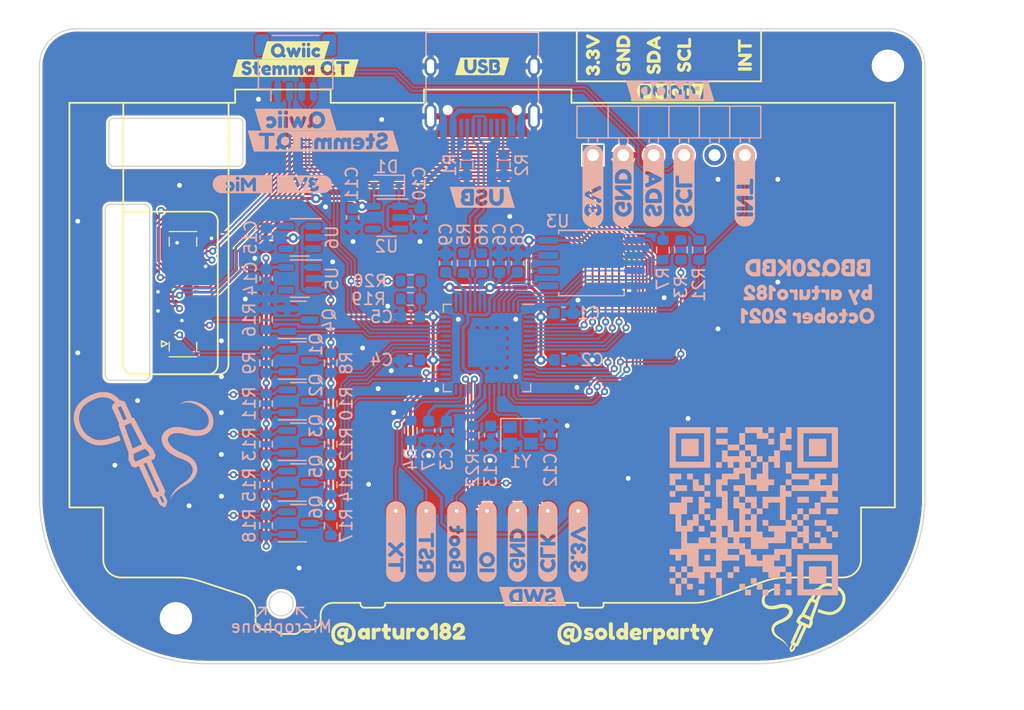
<source format=kicad_pcb>
(kicad_pcb (version 20241229) (generator "pcbnew") (generator_version "9.0")
  (title_block (rev "2"))
  (layers (0 "F.Cu" signal) (2 "B.Cu" signal) (13 "F.Paste" user) (15 "B.Paste" user) (5 "F.SilkS" user "F.Silkscreen") (7 "B.SilkS" user "B.Silkscreen") (1 "F.Mask" user) (3 "B.Mask" user) (25 "Edge.Cuts" user))
  (net 0 "")
  (net 1 "+3V3")
  (net 2 "GND")
  (net 3 "Net-(U1-VREG_VOUT)")
  (net 4 "+5V")
  (net 5 "Net-(U1-XIN)")
  (net 6 "Net-(C13-Pad1)")
  (net 7 "+1V8")
  (net 8 "+2V8")
  (net 9 "/SDA")
  (net 10 "/SCL")
  (net 11 "/INT")
  (net 12 "/USB_D+")
  (net 14 "Net-(J3-CC2)")
  (net 15 "/USB_D-")
  (net 18 "Net-(J3-CC1)")
  (net 19 "/Keyboard/TP_SHUTDOWN_1V8")
  (net 20 "/TP_SHUTDOWN")
  (net 21 "/Keyboard/TP_SCL_1V8")
  (net 22 "/TP_SCL")
  (net 23 "/Keyboard/TP_MOTION_1V8")
  (net 24 "/TP_MOTION")
  (net 25 "/BACKLIGHT")
  (net 26 "Net-(JP1-B)")
  (net 27 "/Keyboard/TP_SDA_1V8")
  (net 28 "/TP_SDA")
  (net 29 "/Keyboard/TP_RESET_1V8")
  (net 30 "/TP_RESET")
  (net 31 "/BOOTSEL")
  (net 32 "/~{QSPI_CS}")
  (net 33 "/~{RESET}")
  (net 34 "/D-")
  (net 35 "/D+")
  (net 36 "/SWCLK")
  (net 37 "/SWDIO")
  (net 38 "Net-(Q4-D)")
  (net 39 "Net-(U1-XOUT)")
  (net 40 "/TX")
  (net 44 "/QSPI_SD3")
  (net 45 "/QSPI_SCLK")
  (net 46 "/QSPI_SD0")
  (net 47 "/QSPI_SD2")
  (net 48 "/QSPI_SD1")
  (net 50 "/COL1")
  (net 51 "/COL2")
  (net 52 "/COL3")
  (net 53 "/COL4")
  (net 54 "/COL5")
  (net 55 "/COL6")
  (net 56 "/MIC")
  (net 57 "/ROW7")
  (net 58 "/ROW6")
  (net 59 "/ROW5")
  (net 60 "/ROW4")
  (net 61 "/ROW3")
  (net 62 "/ROW2")
  (net 63 "/ROW1")
  (footprint "svg2mod" (layer "F.Cu") (at 163.3 75.2)
    (property "Reference" "svg2mod" (hide yes))
    (property "Value" "G***" (hide yes))
  )
  (footprint "svg2mod" (layer "F.Cu") (at 136.2 120.5)
    (property "Reference" "svg2mod" (hide yes))
    (property "Value" "G***" (hide yes))
  )
  (footprint "svg2mod" (layer "F.Cu") (at 161.699168 120.5)
    (property "Reference" "svg2mod" (hide yes))
    (property "Value" "G***" (hide yes))
  )
  (footprint "svg2mod" (layer "F.Cu") (at 162.13 72.1 90)
    (property "Reference" "svg2mod" (hide yes))
    (property "Value" "G***" (hide yes))
  )
  (footprint "svg2mod" (layer "F.Cu") (at 155.1 120.5)
    (property "Reference" "svg2mod" (hide yes))
    (property "Value" "G***" (hide yes))
  )
  (footprint "svg2mod" (layer "F.Cu") (at 141.9 120.3)
    (property "Reference" "svg2mod" (hide yes))
    (property "Value" "G***" (hide yes))
  )
  (footprint "svg2mod" (layer "F.Cu") (at 157.05 72.1 90)
    (property "Reference" "svg2mod" (hide yes))
    (property "Value" "G***" (hide yes))
  )
  (footprint "svg2mod" (layer "F.Cu") (at 147.8 73.05)
    (property "Reference" "svg2mod" (hide yes))
    (property "Value" "G***" (hide yes))
  )
  (footprint "Symbols_Extra:SolderParty-New-Logo_7.5x6.4mm_SilkScreen" (layer "F.Cu") (at 174.9 118.9)
    (property "Reference" "G***" (hide yes))
    (property "Value" "LOGO" (hide yes))
  )
  (footprint "svg2mod" (layer "F.Cu") (at 169.75 72.1 90)
    (property "Reference" "svg2mod" (hide yes))
    (property "Value" "G***" (hide yes))
  )
  (footprint "svg2mod" (layer "F.Cu") (at 159.59 72.1 90)
    (property "Reference" "svg2mod" (hide yes))
    (property "Value" "G***" (hide yes))
  )
  (footprint "Connector_Hirose_Extra:BM20B(0.8)-40DS-0.4V" (layer "F.Cu") (at 122.8 92.1 90)
    (property "Reference" "U4" (hide yes))
    (property "Value" "BBQ20KBD")
  )
  (footprint "svg2mod" (layer "F.Cu") (at 132.2 71.7)
    (property "Reference" "svg2mod" (hide yes))
    (property "Value" "G***" (hide yes))
  )
  (footprint "svg2mod" (layer "F.Cu") (at 164.67 72.1 90)
    (property "Reference" "svg2mod" (hide yes))
    (property "Value" "G***" (hide yes))
  )
  (footprint "svg2mod" (layer "F.Cu") (at 132.2 73.2)
    (property "Reference" "svg2mod" (hide yes))
    (property "Value" "G***" (hide yes))
  )
  (footprint "Resistor_SMD:R_0603_1608Metric" (layer "B.Cu") (at 146.250002 89.5 90)
    (property "Reference" "R5")
    (property "Value" "27R")
  )
  (footprint "Capacitor_SMD:C_0603_1608Metric" (layer "B.Cu") (at 129.75 87.35 -90)
    (property "Reference" "C15")
    (property "Value" "0.1uF")
  )
  (footprint "MountingHole:MountingHole_2.7mm_M2.5" (layer "B.Cu") (at 122.2 119.2)
    (property "Reference" "H2" (hide yes))
    (property "Value" "MountingHole")
  )
  (footprint "Resistor_SMD:R_0603_1608Metric" (layer "B.Cu") (at 129.7375 101.250001 -90)
    (property "Reference" "R11")
    (property "Value" "10K")
  )
  (footprint "Resistor_SMD:R_0603_1608Metric" (layer "B.Cu") (at 165.9 88.4 -90)
    (property "Reference" "R21")
    (property "Value" "10K")
  )
  (footprint "TestPoint:TestPoint_Pad_D1.5mm" (layer "B.Cu") (at 140.58 110.225)
    (property "Reference" "TP7" (hide yes))
    (property "Value" "TP_TX")
  )
  (footprint "Package_TO_SOT_SMD:SOT-23" (layer "B.Cu") (at 132.4375 94.25)
    (property "Reference" "Q4")
    (property "Value" "BSS138")
  )
  (footprint "svg2mod" (layer "B.Cu") (at 145.66 112.7904 90)
    (property "Reference" "svg2mod" (hide yes))
    (property "Value" "G***" (hide yes))
  )
  (footprint "Resistor_SMD:R_0603_1608Metric" (layer "B.Cu") (at 129.7375 108.05 -90)
    (property "Reference" "R15")
    (property "Value" "10K")
  )
  (footprint "Package_TO_SOT_SMD:SOT-23" (layer "B.Cu") (at 132.4375 104.450001)
    (property "Reference" "Q3")
    (property "Value" "BSS138")
  )
  (footprint "Resistor_SMD:R_0603_1608Metric" (layer "B.Cu") (at 135.1375 111.450001 90)
    (property "Reference" "R17")
    (property "Value" "10K")
  )
  (footprint "svg2mod" (layer "B.Cu") (at 159.58 83.049048 90)
    (property "Reference" "svg2mod" (hide yes))
    (property "Value" "G***" (hide yes))
  )
  (footprint "Resistor_SMD:R_0603_1608Metric" (layer "B.Cu") (at 141.8 92.5)
    (property "Reference" "R19")
    (property "Value" "4.7K")
  )
  (footprint "Capacitor_SMD:C_0603_1608Metric" (layer "B.Cu") (at 150.750002 89.5 90)
    (property "Reference" "C8")
    (property "Value" "0.1uF")
  )
  (footprint "Capacitor_SMD:C_0603_1608Metric" (layer "B.Cu") (at 142.6 85.7 -90)
    (property "Reference" "C10")
    (property "Value" "10uF")
  )
  (footprint "Package_TO_SOT_SMD:SOT-23" (layer "B.Cu") (at 132.4375 97.65)
    (property "Reference" "Q1")
    (property "Value" "BSS138")
  )
  (footprint "Capacitor_SMD:C_0603_1608Metric" (layer "B.Cu") (at 153.5 103.9 90)
    (property "Reference" "C12")
    (property "Value" "12pF")
  )
  (footprint "TestPoint:TestPoint_Pad_D1.5mm" (layer "B.Cu") (at 148.2 110.225 180)
    (property "Reference" "TP4" (hide yes))
    (property "Value" "TP_SWDIO")
  )
  (footprint "Capacitor_SMD:C_0603_1608Metric" (layer "B.Cu") (at 154.6 97.6)
    (property "Reference" "C2")
    (property "Value" "0.1uF")
  )
  (footprint "svg2mod" (layer "B.Cu") (at 175 92.13807 180)
    (property "Reference" "svg2mod" (hide yes))
    (property "Value" "G***" (hide yes))
  )
  (footprint "Resistor_SMD:R_0603_1608Metric" (layer "B.Cu") (at 129.7375 94.225001 90)
    (property "Reference" "R16")
    (property "Value" "10K")
  )
  (footprint "Package_TO_SOT_SMD:SOT-23" (layer "B.Cu") (at 132.4375 107.850001)
    (property "Reference" "Q5")
    (property "Value" "BSS138")
  )
  (footprint "svg2mod" (layer "B.Cu") (at 155.825 112.79 90)
    (property "Reference" "svg2mod" (hide yes))
    (property "Value" "G***" (hide yes))
  )
  (footprint "svg2mod" (layer "B.Cu") (at 169.74 83.028093 90)
    (property "Reference" "svg2mod" (hide yes))
    (property "Value" "G***" (hide yes))
  )
  (footprint "Package_SO:SSOP-8_5.25x5.24mm_P1.27mm" (layer "B.Cu") (at 156.92375 89.495 180)
    (property "Reference" "U3")
    (property "Value" "GD25Q16xS")
  )
  (footprint "svg2mod" (layer "B.Cu") (at 152 117.3878 180)
    (property "Reference" "svg2mod" (hide yes))
    (property "Value" "G***" (hide yes))
  )
  (footprint "TestPoint:TestPoint_Pad_D1.5mm" (layer "B.Cu") (at 145.66 110.225 180)
    (property "Reference" "TP1" (hide yes))
    (property "Value" "TP_USBBOOT")
  )
  (footprint "svg2mod" (layer "B.Cu") (at 132.95 82.9 180)
    (property "Reference" "svg2mod" (hide yes))
    (property "Value" "G***" (hide yes))
  )
  (footprint "svg2mod" (layer "B.Cu") (at 143.12 112.7904 90)
    (property "Reference" "svg2mod" (hide yes))
    (property "Value" "G***" (hide yes))
  )
  (footprint "svg2mod" (layer "B.Cu") (at 148.2 112.7904 90)
    (property "Reference" "svg2mod" (hide yes))
    (property "Value" "G***" (hide yes))
  )
  (footprint "TestPoint:TestPoint_Pad_D1.5mm" (layer "B.Cu") (at 150.74 110.225)
    (property "Reference" "TP5" (hide yes))
    (property "Value" "TP_GND")
  )
  (footprint "svg2mod" (layer "B.Cu") (at 147.8 84 180)
    (property "Reference" "svg2mod" (hide yes))
    (property "Value" "G***" (hide yes))
  )
  (footprint "Package_DFN_QFN_Extra:QFN-56_EP_7x7_Pitch0.4mm" (layer "B.Cu") (at 148.2 96.6 180)
    (property "Reference" "U1" (hide yes))
    (property "Value" "RP2040")
  )
  (footprint "Capacitor_SMD:C_0603_1608Metric" (layer "B.Cu") (at 148.5 103.899999 -90)
    (property "Reference" "C13")
    (property "Value" "12pF")
  )
  (footprint "Resistor_SMD:R_0603_1608Metric" (layer "B.Cu") (at 135.1375 97.85 90)
    (property "Reference" "R8")
    (property "Value" "10K")
  )
  (footprint "Resistor_SMD:R_0603_1608Metric" (layer "B.Cu") (at 141.8 91 180)
    (property "Reference" "R20")
    (property "Value" "4.7K")
  )
  (footprint "Resistor_SMD:R_0603_1608Metric" (layer "B.Cu") (at 147 103.9 -90)
    (property "Reference" "R22")
    (property "Value" "1K")
  )
  (footprint "Capacitor_SMD:C_0603_1608Metric" (layer "B.Cu") (at 143.324999 103.500481 -90)
    (property "Reference" "C7")
    (property "Value" "0.1uF")
  )
  (footprint "Resistor_SMD:R_0603_1608Metric" (layer "B.Cu") (at 129.7375 111.450001 -90)
    (property "Reference" "R18")
    (property "Value" "10K")
  )
  (footprint "Package_TO_SOT_SMD:SOT-23-5" (layer "B.Cu") (at 132.55 90.8 180)
    (property "Reference" "U5")
    (property "Value" "ME6212C18M5G")
  )
  (footprint "Resistor_SMD:R_0603_1608Metric" (layer "B.Cu") (at 135.1375 104.650001 90)
    (property "Reference" "R12")
    (property "Value" "10K")
  )
  (footprint "Capacitor_SMD:C_0603_1608Metric" (layer "B.Cu") (at 144.824999 103.500481 -90)
    (property "Reference" "C3")
    (property "Value" "0.1uF")
  )
  (footprint "TestPoint:TestPoint_Pad_D1.5mm" (layer "B.Cu") (at 155.82 110.225)
    (property "Reference" "TP6" (hide yes))
    (property "Value" "TP_3V3")
  )
  (footprint "svg2mod" (layer "B.Cu") (at 132.2 77.5 180)
    (property "Reference" "svg2mod" (hide yes))
    (property "Value" "G***" (hide yes))
  )
  (footprint "MountingHole:MountingHole_2.7mm_M2.5" (layer "B.Cu") (at 181.7 73)
    (property "Reference" "H1" (hide yes))
    (property "Value" "MountingHole")
  )
  (footprint "Package_TO_SOT_SMD:SOT-23-5" (layer "B.Cu") (at 139.8 85.7 180)
    (property "Reference" "U2")
    (property "Value" "AP2112K-3.3")
  )
  (footprint "svg2mod" (layer "B.Cu") (at 163.5 75.1 180)
    (property "Reference" "svg2mod" (hide yes))
    (property "Value" "G***" (hide yes))
  )
  (footprint "Resistor_SMD:R_0603_1608Metric" (layer "B.Cu") (at 141.824999 103.500481 90)
    (property "Reference" "R4")
    (property "Value" "10K")
  )
  (footprint "Capacitor_SMD:C_0603_1608Metric" (layer "B.Cu") (at 154.6 93.7)
    (property "Reference" "C1")
    (property "Value" "0.1uF")
  )
  (footprint "svg2mod" (layer "B.Cu") (at 175 89.88807 180)
    (property "Reference" "svg2mod" (hide yes))
    (property "Value" "G***" (hide yes))
  )
  (footprint "LOGO" (layer "B.Cu") (at 170.5 110.25 180)
    (property "Reference" "G***" (hide yes))
    (property "Value" "LOGO" (hide yes))
  )
  (footprint "Connector_JST:JST_SH_SM04B-SRSS-TB_1x04-1MP_P1.00mm_Horizontal" (layer "B.Cu") (at 132.2 73.15)
    (property "Reference" "J1" (hide yes))
    (property "Value" "Conn_Stemma_QT")
  )
  (footprint "Symbols_Extra:SolderParty-New-Logo_12.5x10.6mm_SilkScreen" (layer "B.Cu") (at 119.099643 104.696788 180)
    (property "Reference" "G***" (hide yes))
    (property "Value" "LOGO" (hide yes))
  )
  (footprint "svg2mod" (layer "B.Cu") (at 127.75 82.9 180)
    (property "Reference" "svg2mod" (hide yes))
    (property "Value" "G***" (hide yes))
  )
  (footprint "svg2mod" (layer "B.Cu") (at 134.523479 79.3 180)
    (property "Reference" "svg2mod" (hide yes))
    (property "Value" "G***" (hide yes))
  )
  (footprint "Resistor_SMD:R_0603_1608Metric" (layer "B.Cu") (at 147.75 89.5 90)
    (property "Reference" "R6")
    (property "Value" "27R")
  )
  (footprint "Capacitor_SMD:C_0603_1608Metric" (layer "B.Cu") (at 136.962499 85.7 90)
    (property "Reference" "C11")
    (property "Value" "10uF")
  )
  (footprint "Resistor_SMD:R_0603_1608Metric" (layer "B.Cu") (at 162.9 88.4 90)
    (property "Reference" "R7")
    (property "Value" "10K")
  )
  (footprint "Diode_SMD:D_SOD-323" (layer "B.Cu") (at 139.8 83 180)
    (property "Reference" "D1")
    (property "Value" "D_Schottky_Small")
  )
  (footprint "Capacitor_SMD:C_0603_1608Metric" (layer "B.Cu") (at 149.250002 89.5 90)
    (property "Reference" "C6")
    (property "Value" "1uF")
  )
  (footprint "Capacitor_SMD:C_0603_1608Metric" (layer "B.Cu") (at 141.8 97.6 180)
    (property "Reference" "C4")
    (property "Value" "0.1uF")
  )
  (footprint "svg2mod" (layer "B.Cu") (at 140.58 112.7904 90)
    (property "Reference" "svg2mod" (hide yes))
    (property "Value" "G***" (hide yes))
  )
  (footprint "Capacitor_SMD:C_0603_1608Metric" (layer "B.Cu") (at 129.75 90.8 -90)
    (property "Reference" "C14")
    (property "Value" "0.1uF")
  )
  (footprint "Connector_PinHeader_2.54mm_Extra:PMODPinHeader_1x06_P2.54mm_Horizontal" (layer "B.Cu") (at 157.05 80.475 -90)
    (property "Reference" "J2" (hide yes))
    (property "Value" "PMOD")
  )
  (footprint "Resistor_SMD:R_0603_1608Metric" (layer "B.Cu") (at 146.5 81.3 90)
    (property "Reference" "R1")
    (property "Value" "5.1K")
  )
  (footprint "Jumper:SolderJumper-2_P1.3mm_Open_RoundedPad1.0x1.5mm" (layer "B.Cu") (at 130.45 82.9 180)
    (property "Reference" "JP1" (hide yes))
    (property "Value" "SJ_MIC_VDD")
  )
  (footprint "Connector_USB:USB_C_Receptacle_HRO_TYPE-C-31-M-12" (layer "B.Cu") (at 147.8 74.1)
    (property "Reference" "J3" (hide yes))
    (property "Value" "USB_C_Receptacle_USB2.0")
  )
  (footprint "svg2mod" (layer "B.Cu") (at 175 93.88807 180)
    (property "Reference" "svg2mod" (hide yes))
    (property "Value" "G***" (hide yes))
  )
  (footprint "Crystal:Crystal_SMD_2520-4Pin_2.5x2.0mm" (layer "B.Cu") (at 151 103.9)
    (property "Reference" "Y1")
    (property "Value" "XYDBPCNANF-12MHZ")
  )
  (footprint "Package_TO_SOT_SMD:SOT-23" (layer "B.Cu") (at 132.4375 101.050001)
    (property "Reference" "Q2")
    (property "Value" "BSS138")
  )
  (footprint "Resistor_SMD:R_0603_1608Metric" (layer "B.Cu") (at 129.7375 104.650001 -90)
    (property "Reference" "R13")
    (property "Value" "10K")
  )
  (footprint "svg2mod" (layer "B.Cu") (at 162.12 83.048095 90)
    (property "Reference" "svg2mod" (hide yes))
    (property "Value" "G***" (hide yes))
  )
  (footprint "Resistor_SMD:R_0603_1608Metric" (layer "B.Cu") (at 135.1375 108.05 90)
    (property "Reference" "R14")
    (property "Value" "10K")
  )
  (footprint "Resistor_SMD:R_0603_1608Metric" (layer "B.Cu") (at 149.6 81.3 90)
    (property "Reference" "R2")
    (property "Value" "5.1K")
  )
  (footprint "Resistor_SMD:R_0603_1608Metric" (layer "B.Cu") (at 164.4 88.395 90)
    (property "Reference" "R3")
    (property "Value" "1K")
  )
  (footprint "Capacitor_SMD:C_0603_1608Metric" (layer "B.Cu") (at 141.8 94 180)
    (property "Reference" "C5")
    (property "Value" "0.1uF")
  )
  (footprint "Package_TO_SOT_SMD:SOT-23" (layer "B.Cu") (at 132.4375 111.250001)
    (property "Reference" "Q6")
    (property "Value" "BSS138")
  )
  (footprint "TestPoint:TestPoint_Pad_D1.5mm" (layer "B.Cu") (at 153.279999 110.225 180)
    (property "Reference" "TP3" (hide yes))
    (property "Value" "TP_SWCLK")
  )
  (footprint "TestPoint:TestPoint_Pad_D1.5mm" (layer "B.Cu") (at 143.12 110.225 180)
    (property "Reference" "TP2" (hide yes))
    (property "Value" "TP_RESET")
  )
  (footprint "svg2mod" (layer "B.Cu") (at 150.74 112.7904 90)
    (property "Reference" "svg2mod" (hide yes))
    (property "Value" "G***" (hide yes))
  )
  (footprint "svg2mod" (layer "B.Cu") (at 157.05 83.05 90)
    (property "Reference" "svg2mod" (hide yes))
    (property "Value" "G***" (hide yes))
  )
  (footprint "svg2mod" (layer "B.Cu") (at 153.28 112.7904 90)
    (property "Reference" "svg2mod" (hide yes))
    (property "Value" "G***" (hide yes))
  )
  (footprint "Package_TO_SOT_SMD:SOT-23-5" (layer "B.Cu") (at 132.55 87.35 180)
    (property "Reference" "U6")
    (property "Value" "ME6212C28M5G")
  )
  (footprint "Capacitor_SMD:C_0603_1608Metric" (layer "B.Cu") (at 144.750002 89.5 90)
    (property "Reference" "C9")
    (property "Value" "1uF")
  )
  (footprint "Resistor_SMD:R_0603_1608Metric" (layer "B.Cu") (at 135.1375 101.250001 90)
    (property "Reference" "R10")
    (property "Value" "10K")
  )
  (footprint "Resistor_SMD:R_0603_1608Metric" (layer "B.Cu") (at 129.7375 97.85 -90)
    (property "Reference" "R9")
    (property "Value" "10K")
  )
  (footprint "svg2mod" (layer "B.Cu") (at 164.66 83.048095 90)
    (property "Reference" "svg2mod" (hide yes))
    (property "Value" "G***" (hide yes))
  )
  (gr_arc (start 122.319125 115.792999) (mid 123.274337 115.868755) (end 124.205666 116.094131) (stroke (width 0.15)) (layer "F.SilkS"))
  (gr_line (start 179.454999 114.277999) (end 179.454999 109.934999) (stroke (width 0.15)) (layer "F.SilkS"))
  (gr_line (start 155.7 69.9) (end 155.7 74.3) (stroke (width 0.15)) (layer "F.SilkS"))
  (gr_arc (start 134.291612 119.389642) (mid 134.069745 119.925275) (end 133.534112 120.147142) (stroke (width 0.15)) (layer "F.SilkS"))
  (gr_line (start 125.7 98) (end 125.700001 86.000001) (stroke (width 0.15)) (layer "F.SilkS"))
  (gr_line (start 129.614246 120.157857) (end 130.472804 120.157857) (stroke (width 0.15)) (layer "F.SilkS"))
  (gr_line (start 134.291612 119.389642) (end 134.291612 118.923999) (stroke (width 0.15)) (layer "F.SilkS"))
  (gr_line (start 130.472804 120.157857) (end 130.744306 120.379502) (stroke (width 0.15)) (layer "F.SilkS"))
  (gr_line (start 124.205666 116.094131) (end 127.813382 117.275979) (stroke (width 0.15)) (layer "F.SilkS"))
  (gr_arc (start 118.6 98.800001) (mid 118.034314 98.565686) (end 117.799999 98) (stroke (width 0.15)) (layer "F.SilkS"))
  (gr_line (start 139.687132 117.913999) (end 155.793035 117.913999) (stroke (width 0.15)) (layer "F.SilkS"))
  (gr_line (start 132.449217 120.395841) (end 132.782679 120.147142) (stroke (width 0.15)) (layer "F.SilkS"))
  (gr_arc (start 179.454999 114.277999) (mid 179.011266 115.349266) (end 177.939999 115.792999) (stroke (width 0.15)) (layer "F.SilkS"))
  (gr_line (start 137.933678 118.317999) (end 139.384132 118.317999) (stroke (width 0.15)) (layer "F.SilkS"))
  (gr_line (start 128.856746 118.715696) (end 128.856746 119.400357) (stroke (width 0.15)) (layer "F.SilkS"))
  (gr_arc (start 127.813381 117.275979) (mid 128.56848 117.82668) (end 128.856746 118.715696) (stroke (width 0.15)) (layer "F.SilkS"))
  (gr_line (start 124.9 98.8) (end 119.7 98.8) (stroke (width 0.15)) (layer "F.SilkS"))
  (gr_arc (start 167.160917 117.617121) (mid 166.320753 117.839226) (end 165.454949 117.913999) (stroke (width 0.15)) (layer "F.SilkS"))
  (gr_line (start 135.301612 117.913999) (end 137.630678 117.913999) (stroke (width 0.15)) (layer "F.SilkS"))
  (gr_line (start 131.127538 120.516067) (end 132.086921 120.516067) (stroke (width 0.15)) (layer "F.SilkS"))
  (gr_arc (start 125.7 98) (mid 125.465686 98.565685) (end 124.900001 98.799999) (stroke (width 0.15)) (layer "F.SilkS"))
  (gr_arc (start 131.127537 120.516067) (mid 130.924119 120.480906) (end 130.744306 120.379502) (stroke (width 0.15)) (layer "F.SilkS"))
  (gr_line (start 117.8 76.15) (end 117.799999 98) (stroke (width 0.15)) (layer "F.SilkS"))
  (gr_arc (start 117.643 115.792999) (mid 116.571733 115.349266) (end 116.128 114.277999) (stroke (width 0.15)) (layer "F.SilkS"))
  (gr_line (start 142.933178 74.989) (end 142.933178 76.1) (stroke (width 0.15)) (layer "F.SilkS"))
  (gr_arc (start 139.687132 118.014999) (mid 139.598385 118.229252) (end 139.384132 118.317999) (stroke (width 0.15)) (layer "F.SilkS"))
  (gr_line (start 182.282999 76.1) (end 155.255177 76.1) (stroke (width 0.15)) (layer "F.SilkS"))
  (gr_arc (start 132.449218 120.395842) (mid 132.277783 120.485226) (end 132.086921 120.516067) (stroke (width 0.15)) (layer "F.SilkS"))
  (gr_line (start 117.8 85.2) (end 124.900001 85.200001) (stroke (width 0.15)) (layer "F.SilkS"))
  (gr_line (start 155.255177 76.1) (end 155.255177 74.989) (stroke (width 0.15)) (layer "F.SilkS"))
  (gr_arc (start 157.931677 118.115999) (mid 157.872513 118.258835) (end 157.729677 118.317999) (stroke (width 0.15)) (layer "F.SilkS"))
  (gr_arc (start 126.593756 98) (mid 126.359441 98.565686) (end 125.793755 98.800001) (stroke (width 0.15)) (layer "F.SilkS"))
  (gr_line (start 135.132445 74.989) (end 127.153445 74.989) (stroke (width 0.15)) (layer "F.SilkS"))
  (gr_line (start 127.153445 76.1) (end 113.3 76.1) (stroke (width 0.15)) (layer "F.SilkS"))
  (gr_line (start 156.904483 118.317999) (end 157.729677 118.317999) (stroke (width 0.15)) (layer "F.SilkS"))
  (gr_line (start 155.7 74.3) (end 171.1 74.3) (stroke (width 0.15)) (layer "F.SilkS"))
  (gr_line (start 137.630678 117.913999) (end 137.630678 118.014999) (stroke (width 0.15)) (layer "F.SilkS"))
  (gr_line (start 155.995035 118.317999) (end 156.904483 118.317999) (stroke (width 0.15)) (layer "F.SilkS"))
  (gr_arc (start 124.900001 85.200001) (mid 125.465686 85.434315) (end 125.7 86) (stroke (width 0.15)) (layer "F.SilkS"))
  (gr_line (start 173.297817 115.792999) (end 177.939999 115.792999) (stroke (width 0.15)) (layer "F.SilkS"))
  (gr_line (start 113.3 76.1) (end 113.3 109.934999) (stroke (width 0.15)) (layer "F.SilkS"))
  (gr_line (start 132.782679 120.147142) (end 133.534112 120.147142) (stroke (width 0.15)) (layer "F.SilkS"))
  (gr_line (start 117.643 115.792999) (end 122.319125 115.792999) (stroke (width 0.15)) (layer "F.SilkS"))
  (gr_line (start 139.687132 118.014999) (end 139.687132 117.913999) (stroke (width 0.15)) (layer "F.SilkS"))
  (gr_line (start 126.6 76.121929) (end 126.593756 98) (stroke (width 0.15)) (layer "F.SilkS"))
  (gr_line (start 142.933178 76.1) (end 135.132445 76.1) (stroke (width 0.15)) (layer "F.SilkS"))
  (gr_line (start 127.153445 74.989) (end 127.153445 76.1) (stroke (width 0.15)) (layer "F.SilkS"))
  (gr_line (start 179.454999 109.934999) (end 182.282999 109.934999) (stroke (width 0.15)) (layer "F.SilkS"))
  (gr_line (start 125.793755 98.800001) (end 118.6 98.800001) (stroke (width 0.15)) (layer "F.SilkS"))
  (gr_line (start 157.931677 118.115999) (end 157.931677 117.913999) (stroke (width 0.15)) (layer "F.SilkS"))
  (gr_arc (start 171.250655 116.149252) (mid 172.258853 115.882726) (end 173.297817 115.792999) (stroke (width 0.15)) (layer "F.SilkS"))
  (gr_arc (start 129.614246 120.157857) (mid 129.078613 119.93599) (end 128.856746 119.400357) (stroke (width 0.15)) (layer "F.SilkS"))
  (gr_arc (start 155.995035 118.317999) (mid 155.852199 118.258835) (end 155.793035 118.115999) (stroke (width 0.15)) (layer "F.SilkS"))
  (gr_line (start 157.931677 117.913999) (end 163.736216 117.913999) (stroke (width 0.15)) (layer "F.SilkS"))
  (gr_line (start 155.793035 117.913999) (end 155.793035 118.115999) (stroke (width 0.15)) (layer "F.SilkS"))
  (gr_line (start 167.160918 117.617122) (end 171.250656 116.149253) (stroke (width 0.15)) (layer "F.SilkS"))
  (gr_line (start 116.128 109.934999) (end 116.128 114.277999) (stroke (width 0.15)) (layer "F.SilkS"))
  (gr_line (start 135.132445 76.1) (end 135.132445 74.989) (stroke (width 0.15)) (layer "F.SilkS"))
  (gr_line (start 182.282999 109.934999) (end 182.282999 76.1) (stroke (width 0.15)) (layer "F.SilkS"))
  (gr_arc (start 134.291612 118.923999) (mid 134.587434 118.209821) (end 135.301612 117.913999) (stroke (width 0.15)) (layer "F.SilkS"))
  (gr_line (start 155.255177 74.989) (end 142.933178 74.989) (stroke (width 0.15)) (layer "F.SilkS"))
  (gr_arc (start 137.933678 118.317999) (mid 137.719425 118.229252) (end 137.630678 118.014999) (stroke (width 0.15)) (layer "F.SilkS"))
  (gr_line (start 171.1 74.3) (end 171.1 69.9) (stroke (width 0.15)) (layer "F.SilkS"))
  (gr_line (start 163.736216 117.913999) (end 165.454949 117.913999) (stroke (width 0.15)) (layer "F.SilkS"))
  (gr_line (start 113.3 109.934999) (end 116.128 109.934999) (stroke (width 0.15)) (layer "F.SilkS"))
  (gr_line (start 128.851472 119.148528) (end 129.7 118.3) (stroke (width 0.15)) (layer "B.SilkS"))
  (gr_line (start 129.7 118.3) (end 129.7 118.865685) (stroke (width 0.15)) (layer "B.SilkS"))
  (gr_line (start 129.7 118.3) (end 129.134315 118.3) (stroke (width 0.15)) (layer "B.SilkS"))
  (gr_line (start 133.148528 119.148528) (end 132.3 118.3) (stroke (width 0.15)) (layer "B.SilkS"))
  (gr_line (start 132.3 118.3) (end 132.3 118.865685) (stroke (width 0.15)) (layer "B.SilkS"))
  (gr_line (start 132.3 118.3) (end 132.865685 118.3) (stroke (width 0.15)) (layer "B.SilkS"))
  (gr_line (start 119.6 99.3) (end 116.699999 99.3) (stroke (width 0.1)) (layer "Edge.Cuts"))
  (gr_arc (start 181.7 69.9) (mid 183.892031 70.807969) (end 184.8 73) (stroke (width 0.1)) (layer "Edge.Cuts"))
  (gr_line (start 127.4 77.4) (end 117 77.4) (stroke (width 0.1)) (layer "Edge.Cuts"))
  (gr_arc (start 116.6 77.8) (mid 116.717157 77.517157) (end 117 77.4) (stroke (width 0.1)) (layer "Edge.Cuts"))
  (gr_line (start 116.999999 81.4) (end 127.4 81.4) (stroke (width 0.1)) (layer "Edge.Cuts"))
  (gr_line (start 181.7 69.9) (end 113.9 69.9) (stroke (width 0.1)) (layer "Edge.Cuts"))
  (gr_line (start 119.600001 84.6) (end 116.700001 84.6) (stroke (width 0.1)) (layer "Edge.Cuts"))
  (gr_arc (start 119.600001 84.6) (mid 119.882843 84.717158) (end 120 85.000001) (stroke (width 0.1)) (layer "Edge.Cuts"))
  (gr_line (start 116.3 84.999999) (end 116.3 98.9) (stroke (width 0.1)) (layer "Edge.Cuts"))
  (gr_arc (start 120 98.900001) (mid 119.882842 99.182843) (end 119.599999 99.3) (stroke (width 0.1)) (layer "Edge.Cuts"))
  (gr_line (start 116.6 77.8) (end 116.6 81) (stroke (width 0.1)) (layer "Edge.Cuts"))
  (gr_arc (start 116.999999 81.4) (mid 116.717157 81.282842) (end 116.6 80.999999) (stroke (width 0.1)) (layer "Edge.Cuts"))
  (gr_arc (start 116.699999 99.3) (mid 116.417157 99.182842) (end 116.3 98.899999) (stroke (width 0.1)) (layer "Edge.Cuts"))
  (gr_arc (start 110.8 73) (mid 111.707969 70.807969) (end 113.9 69.9) (stroke (width 0.1)) (layer "Edge.Cuts"))
  (gr_arc (start 184.8 109) (mid 180.699495 118.899495) (end 170.8 123) (stroke (width 0.1)) (layer "Edge.Cuts"))
  (gr_line (start 127.8 77.8) (end 127.8 81) (stroke (width 0.1)) (layer "Edge.Cuts"))
  (gr_line (start 184.8 73) (end 184.8 109) (stroke (width 0.1)) (layer "Edge.Cuts"))
  (gr_line (start 120 85) (end 120 98.900001) (stroke (width 0.1)) (layer "Edge.Cuts"))
  (gr_arc (start 124.8 123) (mid 114.900505 118.899495) (end 110.8 109) (stroke (width 0.1)) (layer "Edge.Cuts"))
  (gr_arc (start 127.4 77.4) (mid 127.682843 77.517157) (end 127.8 77.8) (stroke (width 0.1)) (layer "Edge.Cuts"))
  (gr_arc (start 116.3 84.999999) (mid 116.417158 84.717157) (end 116.700001 84.6) (stroke (width 0.1)) (layer "Edge.Cuts"))
  (gr_line (start 170.8 123) (end 124.8 123) (stroke (width 0.1)) (layer "Edge.Cuts"))
  (gr_circle (center 131 118) (end 130 118) (stroke (width 0.1)) (fill no) (layer "Edge.Cuts"))
  (gr_arc (start 127.8 81) (mid 127.682843 81.282843) (end 127.4 81.4) (stroke (width 0.1)) (layer "Edge.Cuts"))
  (gr_line (start 110.8 109) (end 110.8 73) (stroke (width 0.1)) (layer "Edge.Cuts"))
  (gr_text "Microphone" (at 131 119.9 0) (layer "B.SilkS") (effects (font (size 1 1)) (justify mirror)))
  (segment (start 124.249511 94.150489) (end 124.249511 93.649511) (width 0.15) (layer "F.Cu") (net 1))
  (segment (start 143.7 99.3) (end 143.7 97.6) (width 0.25) (layer "F.Cu") (net 1))
  (segment (start 129.4 87.4) (end 132.7 84.1) (width 0.25) (layer "F.Cu") (net 1))
  (segment (start 137.75 84.75) (end 137.1 84.1) (width 0.25) (layer "F.Cu") (net 1))
  (segment (start 124.8 93.5) (end 123.885 93.5) (width 0.2) (layer "F.Cu") (net 1))
  (segment (start 141.8 105.4) (end 141.8 101.2) (width 0.25) (layer "F.Cu") (net 1))
  (segment (start 143.7 92.1) (end 143.7 94) (width 0.25) (layer "F.Cu") (net 1))
  (segment (start 145.078235 91.521765) (end 144.278235 91.521765) (width 0.25) (layer "F.Cu") (net 1))
  (segment (start 123.885 94.3) (end 124.1 94.3) (width 0.15) (layer "F.Cu") (net 1))
  (segment (start 152.7 94) (end 152.7 97.6) (width 0.25) (layer "F.Cu") (net 1))
  (segment (start 141.8 101.2) (end 143.7 99.3) (width 0.25) (layer "F.Cu") (net 1))
  (segment (start 132 87.4) (end 129.4 87.4) (width 0.25) (layer "F.Cu") (net 1))
  (segment (start 151.7 91.3) (end 152.7 92.3) (width 0.25) (layer "F.Cu") (net 1))
  (segment (start 148.440734 91.540734) (end 151.940734 91.540734) (width 0.25) (layer "F.Cu") (net 1))
  (segment (start 144.278235 91.521765) (end 143.7 92.1) (width 0.25) (layer "F.Cu") (net 1))
  (segment (start 127.94952 88.85048) (end 127.94952 90.35048) (width 0.25) (layer "F.Cu") (net 1))
  (segment (start 124.1 94.3) (end 124.249511 94.150489) (width 0.15) (layer "F.Cu") (net 1))
  (segment (start 132.7 84.1) (end 133.9 84.1) (width 0.25) (layer "F.Cu") (net 1))
  (segment (start 124.249511 93.649511) (end 124.1 93.5) (width 0.15) (layer "F.Cu") (net 1))
  (segment (start 143.7 94) (end 143.7 97.6) (width 0.25) (layer "F.Cu") (net 1))
  (segment (start 124.1 93.5) (end 123.885 93.5) (width 0.15) (layer "F.Cu") (net 1))
  (segment (start 152.7 92.3) (end 152.7 94) (width 0.25) (layer "F.Cu") (net 1))
  (segment (start 135.5 94) (end 135.15 93.65) (width 0.25) (layer "F.Cu") (net 1))
  (segment (start 127.94952 90.35048) (end 124.8 93.5) (width 0.25) (layer "F.Cu") (net 1))
  (segment (start 135.15 102.95) (end 135.15 109.75) (width 0.25) (layer "F.Cu") (net 1))
  (segment (start 135.15 99.55) (end 135.15 102.95) (width 0.25) (layer "F.Cu") (net 1))
  (segment (start 135.15 99.55) (end 135.15 92.6) (width 0.25) (layer "F.Cu") (net 1))
  (segment (start 137.1 84.1) (end 133.9 84.1) (width 0.25) (layer "F.Cu") (net 1))
  (segment (start 143.7 94) (end 135.5 94) (width 0.25) (layer "F.Cu") (net 1))
  (segment (start 129.4 87.4) (end 127.94952 88.85048) (width 0.25) (layer "F.Cu") (net 1))
  (segment (start 151.7 87.6) (end 151.7 91.3) (width 0.25) (layer "F.Cu") (net 1))
  (segment (start 148.440734 91.540734) (end 145.097204 91.540734) (width 0.25) (layer "F.Cu") (net 1))
  (segment (start 145.097204 91.540734) (end 145.078235 91.521765) (width 0.25) (layer "F.Cu") (net 1))
  (via (at 132 87.4) (size 0.8) (drill 0.4) (layers "F.Cu" "B.Cu") (net 1))
  (via (at 135.15 99.55) (size 0.6) (drill 0.3) (layers "F.Cu" "B.Cu") (net 1))
  (via (at 135.15 106.35) (size 0.6) (drill 0.3) (layers "F.Cu" "B.Cu") (net 1))
  (via (at 148.440734 91.540734) (size 0.8) (drill 0.4) (layers "F.Cu" "B.Cu") (net 1))
  (via (at 133.9 84.1) (size 0.8) (drill 0.4) (layers "F.Cu" "B.Cu") (net 1))
  (via (at 151.7 87.6) (size 0.8) (drill 0.4) (layers "F.Cu" "B.Cu") (net 1))
  (via (at 152.7 97.6) (size 0.8) (drill 0.4) (layers "F.Cu" "B.Cu") (net 1))
  (via (at 135.15 96.15) (size 0.6) (drill 0.3) (layers "F.Cu" "B.Cu") (net 1))
  (via (at 135.15 92.6) (size 0.6) (drill 0.3) (layers "F.Cu" "B.Cu") (net 1))
  (via (at 135.15 102.95) (size 0.6) (drill 0.3) (layers "F.Cu" "B.Cu") (net 1))
  (via (at 141.8 105.4) (size 0.6) (drill 0.3) (layers "F.Cu" "B.Cu") (net 1))
  (via (at 155.82 110.225) (size 0.6) (drill 0.3) (layers "F.Cu" "B.Cu") (net 1))
  (via (at 135.15 109.75) (size 0.6) (drill 0.3) (layers "F.Cu" "B.Cu") (net 1))
  (via (at 145.078235 91.521765) (size 0.8) (drill 0.4) (layers "F.Cu" "B.Cu") (net 1))
  (via (at 152.7 94) (size 0.8) (drill 0.4) (layers "F.Cu" "B.Cu") (net 1))
  (via (at 143.7 94) (size 0.8) (drill 0.4) (layers "F.Cu" "B.Cu") (net 1))
  (via (at 137.75 84.75) (size 0.8) (drill 0.4) (layers "F.Cu" "B.Cu") (net 1))
  (via (at 143.7 97.6) (size 0.8) (drill 0.4) (layers "F.Cu" "B.Cu") (net 1))
  (segment (start 153.845 112.2) (end 145.4 112.2) (width 0.25) (layer "B.Cu") (net 1))
  (segment (start 133.9 84.1) (end 132.7 82.9) (width 0.25) (layer "B.Cu") (net 1))
  (segment (start 165.025 86.7) (end 157.1 86.7) (width 0.25) (layer "B.Cu") (net 1))
  (segment (start 155.82 110.225) (end 153.845 112.2) (width 0.25) (layer "B.Cu") (net 1))
  (segment (start 148.659266 91.540734) (end 148.440734 91.540734) (width 0.25) (layer "B.Cu") (net 1))
  (segment (start 132.75 86.55) (end 132.75 90) (width 0.25) (layer "B.Cu") (net 1))
  (segment (start 145.151442 101.848558) (end 146.916448 101.848558) (width 0.25) (layer "B.Cu") (net 1))
  (segment (start 132 87.4) (end 132.5 87.4) (width 0.25) (layer "B.Cu") (net 1))
  (segment (start 135.1375 110.625001) (end 135.1375 109.7625) (width 0.25) (layer "B.Cu") (net 1))
  (segment (start 132.7 82.9) (end 131.1 82.9) (width 0.25) (layer "B.Cu") (net 1))
  (segment (start 157.1 86.7) (end 157.05 86.65) (width 0.25) (layer "B.Cu") (net 1))
  (segment (start 149.250002 90.275) (end 149.250002 90.949998) (width 0.25) (layer "B.Cu") (net 1))
  (segment (start 132.75 88.15) (end 132.9 88.3) (width 0.25) (layer "B.Cu") (net 1))
  (segment (start 157 86.7) (end 156.11 87.59) (width 0.25) (layer "B.Cu") (net 1))
  (segment (start 142.575 94) (end 142.575 91.05) (width 0.2) (layer "B.Cu") (net 1))
  (segment (start 135.15 92.075) (end 134.825 91.75) (width 0.25) (layer "B.Cu") (net 1))
  (segment (start 162.9 87.575001) (end 162.9 87) (width 0.25) (layer "B.Cu") (net 1))
  (segment (start 157.1 86.7) (end 157 86.7) (width 0.25) (layer "B.Cu") (net 1))
  (segment (start 165.9 87.575) (end 165.025 86.7) (width 0.25) (layer "B.Cu") (net 1))
  (segment (start 146 93.1625) (end 146 92.1) (width 0.25) (layer "B.Cu") (net 1))
  (segment (start 148 100.765006) (end 148 100.0375) (width 0.25) (layer "B.Cu") (net 1))
  (segment (start 157.05 86.65) (end 157.05 80.475) (width 0.25) (layer "B.Cu") (net 1))
  (segment (start 135.1375 97.025001) (end 135.1375 96.1625) (width 0.25) (layer "B.Cu") (net 1))
  (segment (start 144.049999 103.500481) (end 142.649999 103.500481) (width 0.25) (layer "B.Cu") (net 1))
  (segment (start 144.4 109.1) (end 141.824999 106.524999) (width 0.25) (layer "B.Cu") (net 1))
  (segment (start 136.962499 84.925) (end 137.575 84.925) (width 0.25) (layer "B.Cu") (net 1))
  (segment (start 135.1375 109.7625) (end 135.15 109.75) (width 0.25) (layer "B.Cu") (net 1))
  (segment (start 143.7 97.6) (end 142.675 97.6) (width 0.25) (layer "B.Cu") (net 1))
  (segment (start 138.75 83) (end 138.75 84.6625) (width 0.25) (layer "B.Cu") (net 1))
  (segment (start 145.9 92) (end 145.6 92) (width 0.25) (layer "B.Cu") (net 1))
  (segment (start 162.9 87) (end 162.6 86.7) (width 0.25) (layer "B.Cu") (net 1))
  (segment (start 145.4 112.2) (end 144.4 111.2) (width 0.25) (layer "B.Cu") (net 1))
  (segment (start 144.824999 102.175001) (end 145.151442 101.848558) (width 0.25) (layer "B.Cu") (net 1))
  (segment (start 141.824999 106.524999) (end 141.824999 104.325481) (width 0.25) (layer "B.Cu") (net 1))
  (segment (start 148 91.981468) (end 148.440734 91.540734) (width 0.25) (layer "B.Cu") (net 1))
  (segment (start 144.4 111.2) (end 144.4 109.1) (width 0.25) (layer "B.Cu") (net 1))
  (segment (start 152.7 94) (end 151.6375 94) (width 0.25) (layer "B.Cu") (net 1))
  (segment (start 135.15 92.6) (end 135.15 92.075) (width 0.25) (layer "B.Cu") (net 1))
  (segment (start 153.31125 87.59) (end 151.71 87.59) (width 0.25) (layer "B.Cu") (net 1))
  (segment (start 137.575 84.925) (end 137.75 84.75) (width 0.25) (layer "B.Cu") (net 1))
  (segment (start 144.7625 94) (end 143.7 94) (width 0.25) (layer "B.Cu") (net 1))
  (segment (start 138.6625 84.75) (end 137.75 84.75) (width 0.25) (layer "B.Cu") (net 1))
  (segment (start 145.6 92) (end 145.55647 92) (width 0.25) (layer "B.Cu") (net 1))
  (segment (start 133.6875 91.75) (end 132.9 91.75) (width 0.25) (layer "B.Cu") (net 1))
  (segment (start 132.75 91.6) (end 132.75 90) (width 0.25) (layer "B.Cu") (net 1))
  (segment (start 145.55647 92) (end 145.078235 91.521765) (width 0.25) (layer "B.Cu") (net 1))
  (segment (start 141.8 105.4) (end 141.824999 105.375001) (width 0.25) (layer "B.Cu") (net 1))
  (segment (start 147.6 93.1625) (end 147.6 92.1) (width 0.25) (layer "B.Cu") (net 1))
  (segment (start 135.1375 103.825001) (end 135.1375 102.9625) (width 0.25) (layer "B.Cu") (net 1))
  (segment (start 145.6 93.1625) (end 145.6 92) (width 0.25) (layer "B.Cu") (net 1))
  (segment (start 144.7625 97.6) (end 143.7 97.6) (width 0.25) (layer "B.Cu") (net 1))
  (segment (start 131.7 75.15) (end 131.7 81.9) (width 0.25) (layer "B.Cu") (net 1))
  (segment (start 132.5 87.4) (end 132.75 87.15) (width 0.25) (layer "B.Cu") (net 1))
  (segment (start 132.9 86.4) (end 132.75 86.55) (width 0.25) (layer "B.Cu") (net 1))
  (segment (start 144.824999 102.175001) (end 144.824999 102.725481) (width 0.25) (layer "B.Cu") (net 1))
  (segment (start 132.9 89.85) (end 133.6875 89.85) (width 0.25) (layer "B.Cu") (net 1))
  (segment (start 134.825 91.75) (end 133.6875 91.75) (width 0.25) (layer "B.Cu") (net 1))
  (segment (start 133.6875 86.4) (end 132.9 86.4) (width 0.25) (layer "B.Cu") (net 1))
  (segment (start 132.9 88.3) (end 133.6875 88.3) (width 0.25) (layer "B.Cu") (net 1))
  (segment (start 156.11 87.59) (end 153.31125 87.59) (width 0.25) (layer "B.Cu") (net 1))
  (segment (start 135.1375 107.225001) (end 135.1375 106.3625) (width 0.25) (layer "B.Cu") (net 1))
  (segment (start 151.71 87.59) (end 151.7 87.6) (width 0.25) (layer "B.Cu") (net 1))
  (segment (start 153.825 94) (end 152.7 94) (width 0.25) (layer "B.Cu") (net 1))
  (segment (start 148 93.1625) (end 148 91.981468) (width 0.25) (layer "B.Cu") (net 1))
  (segment (start 147.6 92.1) (end 147.718532 91.981468) (width 0.25) (layer "B.Cu") (net 1))
  (segment (start 152.7 97.6) (end 151.6375 97.6) (width 0.25) (layer "B.Cu") (net 1))
  (segment (start 132.9 91.75) (end 132.75 91.6) (width 0.25) (layer "B.Cu") (net 1))
  (segment (start 153.825 97.6) (end 152.7 97.6) (width 0.25) (layer "B.Cu") (net 1))
  (segment (start 146.916448 101.848558) (end 148 100.765006) (width 0.25) (layer "B.Cu") (net 1))
  (segment (start 149.250002 90.949998) (end 148.659266 91.540734) (width 0.25) (layer "B.Cu") (net 1))
  (segment (start 142.649999 103.500481) (end 141.824999 104.325481) (width 0.25) (layer "B.Cu") (net 1))
  (segment (start 147.718532 91.981468) (end 148 91.981468) (width 0.25) (layer "B.Cu") (net 1))
  (segment (start 132.75 90) (end 132.9 89.85) (width 0.25) (layer "B.Cu") (net 1))
  (segment (start 131.7 81.9) (end 132.7 82.9) (width 0.25) (layer "B.Cu") (net 1))
  (segment (start 143.7 94) (end 142.675 94) (width 0.25) (layer "B.Cu") (net 1))
  (segment (start 144.824999 102.725481) (end 144.049999 103.500481) (width 0.25) (layer "B.Cu") (net 1))
  (segment (start 135.1375 100.425001) (end 135.1375 99.5625) (width 0.25) (layer "B.Cu") (net 1))
  (segment (start 146 92.1) (end 145.9 92) (width 0.25) (layer "B.Cu") (net 1))
  (segment (start 124.165679 88.7) (end 124.313915 88.551764) (width 0.15) (layer "F.Cu") (net 2))
  (segment (start 123.885 89.9) (end 124.554622 89.9) (width 0.15) (layer "F.Cu") (net 2))
  (segment (start 124.313915 88.551764) (end 124.313915 88.3) (width 0.15) (layer "F.Cu") (net 2))
  (segment (start 124.313915 88.3) (end 125.181024 87.432891) (width 0.15) (layer "F.Cu") (net 2))
  (segment (start 123.885 88.3) (end 124.313915 88.3) (width 0.15) (layer "F.Cu") (net 2))
  (segment (start 123.885 88.7) (end 124.165679 88.7) (width 0.15) (layer "F.Cu") (net 2))
  (segment (start 124.554622 89.9) (end 124.679122 89.7755) (width 0.15) (layer "F.Cu") (net 2))
  (via (at 155.8 92.6) (size 0.8) (drill 0.4) (layers "F.Cu" "B.Cu") (net 2))
  (via (at 128 92.5) (size 0.8) (drill 0.4) (layers "F.Cu" "B.Cu") (net 2))
  (via (at 128.8 89.1) (size 0.8) (drill 0.4) (layers "F.Cu" "B.Cu") (net 2))
  (via (at 120.7 93.5) (size 0.6) (drill 0.3) (layers "F.Cu" "B.Cu") (net 2))
  (via (at 150.745 110.2) (size 0.6) (drill 0.3) (layers "F.Cu" "B.Cu") (net 2))
  (via (at 150.1 85.6) (size 0.8) (drill 0.4) (layers "F.Cu" "B.Cu") (net 2))
  (via (at 139.1 100) (size 0.8) (drill 0.4) (layers "F.Cu" "B.Cu") (net 2))
  (via (at 167.5 95) (size 0.8) (drill 0.4) (layers "F.Cu" "B.Cu") (net 2))
  (via (at 126 99) (size 0.8) (drill 0.4) (layers "F.Cu" "B.Cu") (net 2))
  (via (at 123.3 109.8) (size 0.8) (drill 0.4) (layers "F.Cu" "B.Cu") (net 2))
  (via (at 157 97.6) (size 0.8) (drill 0.4) (layers "F.Cu" "B.Cu") (net 2))
  (via (at 137 87.7) (size 0.8) (drill 0.4) (layers "F.Cu" "B.Cu") (net 2))
  (via (at 140.4 102) (size 0.8) (drill 0.4) (layers "F.Cu" "B.Cu") (net 2))
  (via (at 135.3 89.4) (size 0.8) (drill 0.4) (layers "F.Cu" "B.Cu") (net 2))
  (via (at 114 86) (size 0.8) (drill 0.4) (layers "F.Cu" "B.Cu") (net 2))
  (via (at 129.1 75.8) (size 0.8) (drill 0.4) (layers "F.Cu" "B.Cu") (net 2))
  (via (at 163 92.4) (size 0.8) (drill 0.4) (layers "F.Cu" "B.Cu") (net 2))
  (via (at 125.181024 87.432891) (size 0.6) (drill 0.3) (layers "F.Cu" "B.Cu") (net 2))
  (via (at 154.9 103.1) (size 0.8) (drill 0.4) (layers "F.Cu" "B.Cu") (net 2))
  (via (at 132.5 115) (size 0.8) (drill 0.4) (layers "F.Cu" "B.Cu") (net 2))
  (via (at 145.8 94.2) (size 0.8) (drill 0.4) (layers "F.Cu" "B.Cu") (net 2))
  (via (at 150.6 99) (size 0.8) (drill 0.4) (layers "F.Cu" "B.Cu") (net 2))
  (via (at 114 97) (size 0.8) (drill 0.4) (layers "F.Cu" "B.Cu") (net 2))
  (via (at 167.5 82.5) (size 0.8) (drill 0.4) (layers "F.Cu" "B.Cu") (net 2))
  (via (at 148.450001 106) (size 0.8) (drill 0.4) (layers "F.Cu" "B.Cu") (net 2))
  (via (at 139.9 93.1) (size 0.8) (drill 0.4) (layers "F.Cu" "B.Cu") (net 2))
  (via (at 126 96) (size 0.8) (drill 0.4) (layers "F.Cu" "B.Cu") (net 2))
  (via (at 143.324999 105.600481) (size 0.8) (drill 0.4) (layers "F.Cu" "B.Cu") (net 2))
  (via (at 124.679122 89.7755) (size 0.6) (drill 0.3) (layers "F.Cu" "B.Cu") (net 2))
  (via (at 144 100.1) (size 0.8) (drill 0.4) (layers "F.Cu" "B.Cu") (net 2))
  (via (at 122.7 94.3) (size 0.6) (drill 0.3) (layers "F.Cu" "B.Cu") (net 2))
  (via (at 160 107.5) (size 0.8) (drill 0.4) (layers "F.Cu" "B.Cu") (net 2))
  (via (at 122.3 87.8) (size 0.6) (drill 0.3) (layers "F.Cu" "B.Cu") (net 2))
  (via (at 155.7 99.9) (size 0.8) (drill 0.4) (layers "F.Cu" "B.Cu") (net 2))
  (via (at 120.7 91.9) (size 0.6) (drill 0.3) (layers "F.Cu" "B.Cu") (net 2))
  (via (at 138.3 108) (size 0.8) (drill 0.4) (layers "F.Cu" "B.Cu") (net 2))
  (via (at 142.6 87.7) (size 0.8) (drill 0.4) (layers "F.Cu" "B.Cu") (net 2))
  (via (at 137.8 96.6) (size 0.8) (drill 0.4) (layers "F.Cu" "B.Cu") (net 2))
  (via (at 122.5 83) (size 0.8) (drill 0.4) (layers "F.Cu" "B.Cu") (net 2))
  (via (at 126 102) (size 0.8) (drill 0.4) (layers "F.Cu" "B.Cu") (net 2))
  (via (at 140.2 98.5) (size 0.8) (drill 0.4) (layers "F.Cu" "B.Cu") (net 2))
  (via (at 117.1 106.4) (size 0.8) (drill 0.4) (layers "F.Cu" "B.Cu") (net 2))
  (via (at 172.5 91.08807) (size 0.8) (drill 0.4) (layers "F.Cu" "B.Cu") (net 2))
  (via (at 165 102.5) (size 0.8) (drill 0.4) (layers "F.Cu" "B.Cu") (net 2))
  (via (at 134.7 84.8) (size 0.8) (drill 0.4) (layers "F.Cu" "B.Cu") (net 2))
  (via (at 126 105.5) (size 0.8) (drill 0.4) (layers "F.Cu" "B.Cu") (net 2))
  (via (at 126 109) (size 0.8) (drill 0.4) (layers "F.Cu" "B.Cu") (net 2))
  (via (at 172.5 82.5) (size 0.8) (drill 0.4) (layers "F.Cu" "B.Cu") (net 2))
  (via (at 150.6 94.2) (size 0.8) (drill 0.4) (layers "F.Cu" "B.Cu") (net 2))
  (via (at 139.4 77.5) (size 0.8) (drill 0.4) (layers "F.Cu" "B.Cu") (net 2))
  (via (at 119 101) (size 0.8) (drill 0.4) (layers "F.Cu" "B.Cu") (net 2))
  (segment (start 146.4 93.6) (end 146.59952 93.79952) (width 0.2) (layer "B.Cu") (net 3))
  (segment (start 146.4 93.1625) (end 146.4 93.65) (width 0.25) (layer "B.Cu") (net 3))
  (segment (start 143.324999 101.975001) (end 143.324999 102.725481) (width 0.25) (layer "B.Cu") (net 3))
  (segment (start 146.750961 101.449039) (end 147.6 100.6) (width 0.25) (layer "B.Cu") (net 3))
  (segment (start 146.2 94.9) (end 146.59952 94.50048) (width 0.25) (layer "B.Cu") (net 3))
  (segment (start 144.785374 90.275) (end 146.4 91.889626) (width 0.25) (layer "B.Cu") (net 3))
  (segment (start 146.4 93.1625) (end 146.4 93.6) (width 0.2) (layer "B.Cu") (net 3))
  (segment (start 148.4 93.6) (end 148.4 93.1625) (width 0.25) (layer "B.Cu") (net 3))
  (segment (start 147.724013 98.824013) (end 147.5 98.6) (width 0.25) (layer "B.Cu") (net 3))
  (segment (start 148.4 92.487776) (end 148.743889 92.143888) (width 0.25) (layer "B.Cu") (net 3))
  (segment (start 147.5 98.6) (end 146.550978 98.6) (width 0.25) (layer "B.Cu") (net 3))
  (segment (start 147.6 100.0375) (end 147.6 99.561734) (width 0.25) (layer "B.Cu") (net 3))
  (segment (start 146.57452 93.82452) (end 148.17548 93.82452) (width 0.25) (layer "B.Cu") (net 3))
  (segment (start 146.2 98.249022) (end 146.2 94.9) (width 0.25) (layer "B.Cu") (net 3))
  (segment (start 147.6 100.6) (end 147.6 100.0375) (width 0.25) (layer "B.Cu") (net 3))
  (segment (start 146.59952 94.50048) (end 146.59952 93.79952) (width 0.25) (layer "B.Cu") (net 3))
  (segment (start 148.17548 93.82452) (end 148.20048 93.79952) (width 0.25) (layer "B.Cu") (net 3))
  (segment (start 146.4 91.889626) (end 146.4 93.1625) (width 0.25) (layer "B.Cu") (net 3))
  (segment (start 143.850961 101.449039) (end 146.750961 101.449039) (width 0.25) (layer "B.Cu") (net 3))
  (segment (start 147.724013 99.437721) (end 147.724013 98.824013) (width 0.25) (layer "B.Cu") (net 3))
  (segment (start 143.324999 101.975001) (end 143.850961 101.449039) (width 0.25) (layer "B.Cu") (net 3))
  (segment (start 150.612778 90.275) (end 149.193889 91.693888) (width 0.25) (layer "B.Cu") (net 3))
  (segment (start 149.193889 91.706127) (end 148.750008 92.150008) (width 0.2) (layer "B.Cu") (net 3))
  (segment (start 146.59952 93.79952) (end 148.20048 93.79952) (width 0.2) (layer "B.Cu") (net 3))
  (segment (start 148.4 93.1625) (end 148.4 92.487776) (width 0.25) (layer "B.Cu") (net 3))
  (segment (start 146.550978 98.6) (end 146.2 98.249022) (width 0.25) (layer "B.Cu") (net 3))
  (segment (start 149.193889 91.693888) (end 149.193889 91.706127) (width 0.2) (layer "B.Cu") (net 3))
  (segment (start 146.4 93.65) (end 146.57452 93.82452) (width 0.25) (layer "B.Cu") (net 3))
  (segment (start 147.6 99.561734) (end 147.724013 99.437721) (width 0.25) (layer "B.Cu") (net 3))
  (segment (start 148.20048 93.79952) (end 148.4 93.6) (width 0.25) (layer "B.Cu") (net 3))
  (segment (start 139.9 86.5) (end 139.9 84.9) (width 0.25) (layer "B.Cu") (net 4))
  (segment (start 139.9 84.9) (end 140.05 84.75) (width 0.25) (layer "B.Cu") (net 4))
  (segment (start 142.6 83.2) (end 142.6 84.925) (width 0.4) (layer "B.Cu") (net 4))
  (segment (start 140.05 84.75) (end 140.9375 84.75) (width 0.25) (layer "B.Cu") (net 4))
  (segment (start 140.85 83) (end 140.85 84.6625) (width 0.25) (layer "B.Cu") (net 4))
  (segment (start 140.9375 86.65) (end 140.05 86.65) (width 0.25) (layer "B.Cu") (net 4))
  (segment (start 149.770969 76.770969) (end 145.829031 76.770969) (width 0.4) (layer "B.Cu") (net 4))
  (segment (start 145.35 77.25) (end 145.35 78.145) (width 0.4) (layer "B.Cu") (net 4))
  (segment (start 140.05 86.65) (end 139.9 86.5) (width 0.25) (layer "B.Cu") (net 4))
  (segment (start 145.35 80.45) (end 142.6 83.2) (width 0.4) (layer "B.Cu") (net 4))
  (segment (start 140.9375 84.75) (end 142.425 84.75) (width 0.25) (layer "B.Cu") (net 4))
  (segment (start 150.25 77.25) (end 149.770969 76.770969) (width 0.4) (layer "B.Cu") (net 4))
  (segment (start 150.25 78.145) (end 150.25 77.25) (width 0.4) (layer "B.Cu") (net 4))
  (segment (start 145.35 78.145) (end 145.35 80.45) (width 0.4) (layer "B.Cu") (net 4))
  (segment (start 145.829031 76.770969) (end 145.35 77.25) (width 0.4) (layer "B.Cu") (net 4))
  (segment (start 150.648541 102.199519) (end 151.000001 102.550979) (width 0.15) (layer "B.Cu") (net 5))
  (segment (start 148.8 101.90048) (end 149.099519 102.199999) (width 0.15) (layer "B.Cu") (net 5))
  (segment (start 148.8 100.0375) (end 148.8 101.90048) (width 0.15) (layer "B.Cu") (net 5))
  (segment (start 151.000001 103.900001) (end 151.7 104.6) (width 0.15) (layer "B.Cu") (net 5))
  (segment (start 153.5 104.675) (end 151.95 104.675) (width 0.15) (layer "B.Cu") (net 5))
  (segment (start 151.000001 102.550979) (end 151.000001 103.900001) (width 0.15) (layer "B.Cu") (net 5))
  (segment (start 149.099519 102.199999) (end 150.648061 102.199999) (width 0.15) (layer "B.Cu") (net 5))
  (segment (start 150.648061 102.199999) (end 150.648541 102.199519) (width 0.15) (layer "B.Cu") (net 5))
  (segment (start 148.5 103.225) (end 147 104.725) (width 0.15) (layer "B.Cu") (net 6))
  (segment (start 150.125 103.2) (end 148.575001 103.2) (width 0.15) (layer "B.Cu") (net 6))
  (segment (start 122.4 92.3) (end 122.5 92.2) (width 0.15) (layer "F.Cu") (net 7))
  (segment (start 121.7 92.3) (end 122.4 92.3) (width 0.15) (layer "F.Cu") (net 7))
  (segment (start 129.75 89.1) (end 129.75 99.525) (width 0.25) (layer "F.Cu") (net 7))
  (segment (start 129.75 106.34375) (end 129.75 99.525) (width 0.25) (layer "F.Cu") (net 7))
  (segment (start 129.75 113.175) (end 129.75 106.34375) (width 0.25) (layer "F.Cu") (net 7))
  (segment (start 129.725 89.075) (end 129.75 89.1) (width 0.25) (layer "F.Cu") (net 7))
  (via (at 129.75 106.34375) (size 0.6) (drill 0.3) (layers "F.Cu" "B.Cu") (net 7))
  (via (at 122.5 92.2) (size 0.6) (drill 0.3) (layers "F.Cu" "B.Cu") (net 7))
  (via (at 129.75 99.525) (size 0.6) (drill 0.3) (layers "F.Cu" "B.Cu") (net 7))
  (via (at 129.75 109.75) (size 0.6) (drill 0.3) (layers "F.Cu" "B.Cu") (net 7))
  (via (at 129.75 113.175) (size 0.6) (drill 0.3) (layers "F.Cu" "B.Cu") (net 7))
  (via (at 129.75 102.925) (size 0.6) (drill 0.3) (layers "F.Cu" "B.Cu") (net 7))
  (via (at 129.725 89.075) (size 0.6) (drill 0.3) (layers "F.Cu" "B.Cu") (net 7))
  (segment (start 129.7375 112.3) (end 129.7375 113.1625) (width 0.25) (layer "B.Cu") (net 7))
  (segment (start 122.75048 91.94952) (end 122.5 92.2) (width 0.2) (layer "B.Cu") (net 7))
  (segment (start 129.7375 105.46875) (end 129.7375 106.33125) (width 0.25) (layer "B.Cu") (net 7))
  (segment (start 125.750479 91.94952) (end 122.75048 91.94952) (width 0.2) (layer "B.Cu") (net 7))
  (segment (start 129.7375 102.05) (end 129.7375 102.9125) (width 0.25) (layer "B.Cu") (net 7))
  (segment (start 129.7375 98.65) (end 129.7375 99.5125) (width 0.25) (layer "B.Cu") (net 7))
  (segment (start 131.5 102.000001) (end 129.8125 102.000001) (width 0.25) (layer "B.Cu") (net 7))
  (segment (start 129.7375 109.7375) (end 129.75 109.75) (width 0.25) (layer "B.Cu") (net 7))
  (segment (start 129.7375 89.95) (end 129.7375 89.087499) (width 0.25) (layer "B.Cu") (net 7))
  (segment (start 131.4125 89.85) (end 129.925 89.85) (width 0.25) (layer "B.Cu") (net 7))
  (segment (start 127.675 90.025) (end 125.750479 91.94952) (width 0.2) (layer "B.Cu") (net 7))
  (segment (start 131.5 98.6) (end 129.8125 98.6) (width 0.25) (layer "B.Cu") (net 7))
  (segment (start 131.5 108.800001) (end 129.812499 108.800001) (width 0.25) (layer "B.Cu") (net 7))
  (segment (start 129.75 90.025) (end 127.675 90.025) (width 0.2) (layer "B.Cu") (net 7))
  (segment (start 129.7375 108.875) (end 129.7375 109.7375) (width 0.25) (layer "B.Cu") (net 7))
  (segment (start 131.5 105.400001) (end 129.8125 105.400001) (width 0.25) (layer "B.Cu") (net 7))
  (segment (start 131.5 112.200001) (end 129.8125 112.200001) (width 0.25) (layer "B.Cu") (net 7))
  (segment (start 122.5 93.3) (end 122.3 93.1) (width 0.15) (layer "F.Cu") (net 8))
  (segment (start 122.3 93.1) (end 121.7 93.1) (width 0.15) (layer "F.Cu") (net 8))
  (via (at 122.5 93.3) (size 0.6) (drill 0.3) (layers "F.Cu" "B.Cu") (net 8))
  (segment (start 127.2 90.005704) (end 127.2 88.2) (width 0.2) (layer "B.Cu") (net 8))
  (segment (start 121.950489 91.972384) (end 122.322873 91.6) (width 0.2) (layer "B.Cu") (net 8))
  (segment (start 125.605704 91.6) (end 127.2 90.005704) (width 0.2) (layer "B.Cu") (net 8))
  (segment (start 127.2 88.2) (end 128.825 86.575) (width 0.2) (layer "B.Cu") (net 8))
  (segment (start 122.322873 91.6) (end 125.605704 91.6) (width 0.2) (layer "B.Cu") (net 8))
  (segment (start 121.950489 92.750489) (end 121.950489 91.972384) (width 0.2) (layer "B.Cu") (net 8))
  (segment (start 131.4125 86.4) (end 129.925 86.4) (width 0.25) (layer "B.Cu") (net 8))
  (segment (start 128.825 86.575) (end 129.75 86.575) (width 0.2) (layer "B.Cu") (net 8))
  (segment (start 122.5 93.3) (end 121.950489 92.750489) (width 0.2) (layer "B.Cu") (net 8))
  (segment (start 136.85046 91) (end 139.9 91) (width 0.15) (layer "F.Cu") (net 9))
  (via (at 139.9 91) (size 0.6) (drill 0.3) (layers "F.Cu" "B.Cu") (net 9))
  (via (at 136.85046 91) (size 0.6) (drill 0.3) (layers "F.Cu" "B.Cu") (net 9))
  (segment (start 133.05 76.45) (end 133.05 81.373586) (width 0.15) (layer "B.Cu") (net 9))
  (segment (start 140.975 91) (end 139.9 91) (width 0.15) (layer "B.Cu") (net 9))
  (segment (start 133.35048 73.34952) (end 140.573106 73.34952) (width 0.15) (layer "B.Cu") (net 9))
  (segment (start 144.206779 94.8) (end 144.7625 94.8) (width 0.15) (layer "B.Cu") (net 9))
  (segment (start 132.7 75.15) (end 132.7 76.1) (width 0.15) (layer "B.Cu") (net 9))
  (segment (start 135.4 83.723586) (end 135.4 87.923585) (width 0.15) (layer "B.Cu") (net 9))
  (segment (start 132.7 75.15) (end 132.7 74) (width 0.15) (layer "B.Cu") (net 9))
  (segment (start 136.85046 91) (end 136.85046 93.374046) (width 0.15) (layer "B.Cu") (net 9))
  (segment (start 136.85046 93.374046) (end 138.525934 95.04952) (width 0.15) (layer "B.Cu") (net 9))
  (segment (start 135.4 87.923585) (end 136.85046 89.374045) (width 0.15) (layer "B.Cu") (net 9))
  (segment (start 136.85046 89.374045) (end 136.85046 91) (width 0.15) (layer "B.Cu") (net 9))
  (segment (start 143.957258 95.04952) (end 144.206779 94.8) (width 0.15) (layer "B.Cu") (net 9))
  (segment (start 138.525934 95.04952) (end 143.957258 95.04952) (width 0.15) (layer "B.Cu") (net 9))
  (segment (start 132.7 76.1) (end 133.05 76.45) (width 0.15) (layer "B.Cu") (net 9))
  (segment (start 156.45548 74.80048) (end 162.13 80.475) (width 0.15) (layer "B.Cu") (net 9))
  (segment (start 133.05 81.373586) (end 135.4 83.723586) (width 0.15) (layer "B.Cu") (net 9))
  (segment (start 142.024066 74.80048) (end 156.45548 74.80048) (width 0.15) (layer "B.Cu") (net 9))
  (segment (start 140.573106 73.34952) (end 142.024066 74.80048) (width 0.15) (layer "B.Cu") (net 9))
  (segment (start 132.7 74) (end 133.35048 73.34952) (width 0.15) (layer "B.Cu") (net 9))
  (segment (start 133.7 75.15) (end 133.7 76.125) (width 0.15) (layer "B.Cu") (net 10))
  (segment (start 141.9 75.1) (end 156.3 75.1) (width 0.15) (layer "B.Cu") (net 10))
  (segment (start 135.7 83.6) (end 135.7 87.8) (width 0.15) (layer "B.Cu") (net 10))
  (segment (start 144.183193 94.4) (end 143.833193 94.75) (width 0.15) (layer "B.Cu") (net 10))
  (segment (start 160.85 79.65) (end 160.85 81.2) (width 0.15) (layer "B.Cu") (net 10))
  (segment (start 137.374971 90.782739) (end 137.374971 91.217261) (width 0.15) (layer "B.Cu") (net 10))
  (segment (start 143.833193 94.75) (end 141.85 94.75) (width 0.15) (layer "B.Cu") (net 10))
  (segment (start 137.14998 89.24998) (end 137.14998 90.557748) (width 0.15) (layer "B.Cu") (net 10))
  (segment (start 163.345 81.8) (end 164.67 80.475) (width 0.15) (layer "B.Cu") (net 10))
  (segment (start 137.14998 91.442252) (end 137.14998 93.24998) (width 0.15) (layer "B.Cu") (net 10))
  (segment (start 135.7 87.8) (end 137.14998 89.24998) (width 0.15) (layer "B.Cu") (net 10))
  (segment (start 144.7625 94.4) (end 144.183193 94.4) (width 0.15) (layer "B.Cu") (net 10))
  (segment (start 133.7 76.125) (end 133.34952 76.47548) (width 0.15) (layer "B.Cu") (net 10))
  (segment (start 141.85 93.375) (end 141.85 94.75) (width 0.15) (layer "B.Cu") (net 10))
  (segment (start 133.7 74.1) (end 134.15096 73.64904) (width 0.15) (layer "B.Cu") (net 10))
  (segment (start 156.3 75.1) (end 160.85 79.65) (width 0.15) (layer "B.Cu") (net 10))
  (segment (start 140.44904 73.64904) (end 141.9 75.1) (width 0.15) (layer "B.Cu") (net 10))
  (segment (start 160.85 81.2) (end 161.45 81.8) (width 0.15) (layer "B.Cu") (net 10))
  (segment (start 134.15096 73.64904) (end 140.44904 73.64904) (width 0.15) (layer "B.Cu") (net 10))
  (segment (start 137.14998 93.24998) (end 138.65 94.75) (width 0.15) (layer "B.Cu") (net 10))
  (segment (start 140.975 92.5) (end 141.85 93.375) (width 0.15) (layer "B.Cu") (net 10))
  (segment (start 137.374971 91.217261) (end 137.14998 91.442252) (width 0.15) (layer "B.Cu") (net 10))
  (segment (start 161.45 81.8) (end 163.345 81.8) (width 0.15) (layer "B.Cu") (net 10))
  (segment (start 133.34952 81.24952) (end 135.7 83.6) (width 0.15) (layer "B.Cu") (net 10))
  (segment (start 138.65 94.75) (end 141.85 94.75) (width 0.15) (layer "B.Cu") (net 10))
  (segment (start 133.7 75.15) (end 133.7 74.1) (width 0.15) (layer "B.Cu") (net 10))
  (segment (start 133.34952 76.47548) (end 133.34952 81.24952) (width 0.15) (layer "B.Cu") (net 10))
  (segment (start 137.14998 90.557748) (end 137.374971 90.782739) (width 0.15) (layer "B.Cu") (net 10))
  (segment (start 155.567441 94.624511) (end 156.791952 93.4) (width 0.15) (layer "B.Cu") (net 11))
  (segment (start 169.75 85.375) (end 169.75 80.475) (width 0.15) (layer "B.Cu") (net 11))
  (segment (start 163.6 93.4) (end 165.9 91.1) (width 0.15) (layer "B.Cu") (net 11))
  (segment (start 152.216807 94.4) (end 152.441318 94.624511) (width 0.15) (layer "B.Cu") (net 11))
  (segment (start 151.6375 94.4) (end 152.216807 94.4) (width 0.15) (layer "B.Cu") (net 11))
  (segment (start 165.9 91.1) (end 165.9 89.225) (width 0.15) (layer "B.Cu") (net 11))
  (segment (start 165.9 89.225) (end 169.75 85.375) (width 0.15) (layer "B.Cu") (net 11))
  (segment (start 152.441318 94.624511) (end 155.567441 94.624511) (width 0.15) (layer "B.Cu") (net 11))
  (segment (start 156.791952 93.4) (end 163.6 93.4) (width 0.15) (layer "B.Cu") (net 11))
  (segment (start 147.925 85.075) (end 147.225 85.775) (width 0.2) (layer "B.Cu") (net 12))
  (segment (start 148.294682 79.17434) (end 147.525 79.17434) (width 0.2) (layer "B.Cu") (net 12))
  (segment (start 148.55 78.145) (end 148.55 78.919022) (width 0.2) (layer "B.Cu") (net 12))
  (segment (start 147.225 88.15) (end 147.75 88.675) (width 0.2) (layer "B.Cu") (net 12))
  (segment (start 147.925 79.57434) (end 147.925 85.075) (width 0.2) (layer "B.Cu") (net 12))
  (segment (start 147.525 79.17434) (end 147.925 79.57434) (width 0.2) (layer "B.Cu") (net 12))
  (segment (start 148.55 78.919022) (end 148.294682 79.17434) (width 0.2) (layer "B.Cu") (net 12))
  (segment (start 147.225 85.775) (end 147.225 88.15) (width 0.2) (layer "B.Cu") (net 12))
  (segment (start 147.525 78.745) (end 147.525 79.17434) (width 0.2) (layer "B.Cu") (net 12))
  (segment (start 149.55 78.145) (end 149.55 80.425) (width 0.2) (layer "B.Cu") (net 14))
  (segment (start 148.05 78.145) (end 148.05 77.370978) (width 0.2) (layer "B.Cu") (net 15))
  (segment (start 146.774998 85.625002) (end 146.774998 88.15) (width 0.2) (layer "B.Cu") (net 15))
  (segment (start 148.05 77.370978) (end 147.899511 77.220489) (width 0.2) (layer "B.Cu") (net 15))
  (segment (start 147.899511 77.220489) (end 147.179511 77.220489) (width 0.2) (layer "B.Cu") (net 15))
  (segment (start 147.475 84.925) (end 146.774998 85.625002) (width 0.2) (layer "B.Cu") (net 15))
  (segment (start 147.179511 77.220489) (end 147.05 77.35) (width 0.2) (layer "B.Cu") (net 15))
  (segment (start 147.075 79.36074) (end 147.475 79.76074) (width 0.2) (layer "B.Cu") (net 15))
  (segment (start 146.775 88.150002) (end 146.250002 88.675) (width 0.2) (layer "B.Cu") (net 15))
  (segment (start 147.075 78.745) (end 147.075 79.36074) (width 0.2) (layer "B.Cu") (net 15))
  (segment (start 146.774998 88.15) (end 146.775 88.150002) (width 0.2) (layer "B.Cu") (net 15))
  (segment (start 147.475 79.76074) (end 147.475 84.925) (width 0.2) (layer "B.Cu") (net 15))
  (segment (start 147.05 77.35) (end 147.05 78.145) (width 0.2) (layer "B.Cu") (net 15))
  (segment (start 146.55 78.145) (end 146.55 80.425) (width 0.2) (layer "B.Cu") (net 18))
  (segment (start 122.5 95.5) (end 121.7 95.5) (width 0.15) (layer "F.Cu") (net 19))
  (via (at 122.5 95.5) (size 0.6) (drill 0.3) (layers "F.Cu" "B.Cu") (net 19))
  (segment (start 124.025 97.025) (end 122.5 95.5) (width 0.15) (layer "B.Cu") (net 19))
  (segment (start 124.025 97.025) (end 129.7375 97.025) (width 0.15) (layer "B.Cu") (net 19))
  (segment (start 131.5 96.7) (end 130.6875 96.7) (width 0.2) (layer "B.Cu") (net 19))
  (segment (start 130.3625 97.025) (end 129.7375 97.025) (width 0.2) (layer "B.Cu") (net 19))
  (segment (start 130.6875 96.7) (end 130.3625 97.025) (width 0.2) (layer "B.Cu") (net 19))
  (segment (start 140.251868 96.30096) (end 137.877828 98.675) (width 0.15) (layer "B.Cu") (net 20))
  (segment (start 135.1375 98.15) (end 135.1375 98.675) (width 0.2) (layer "B.Cu") (net 20))
  (segment (start 133.375 97.65) (end 134.6375 97.65) (width 0.2) (layer "B.Cu") (net 20))
  (segment (start 134.6375 97.65) (end 135.1375 98.15) (width 0.2) (layer "B.Cu") (net 20))
  (segment (start 144.19904 96.30096) (end 140.251868 96.30096) (width 0.15) (layer "B.Cu") (net 20))
  (segment (start 144.7625 96.4) (end 144.3 96.4) (width 0.15) (layer "B.Cu") (net 20))
  (segment (start 137.877828 98.675) (end 135.1375 98.675) (width 0.15) (layer "B.Cu") (net 20))
  (segment (start 144.2 96.3) (end 144.19904 96.30096) (width 0.15) (layer "B.Cu") (net 20))
  (segment (start 144.3 96.4) (end 144.2 96.3) (width 0.15) (layer "B.Cu") (net 20))
  (segment (start 122.4 100.5) (end 127 100.5) (width 0.15) (layer "F.Cu") (net 21))
  (segment (start 121.7 95.1) (end 121.4 95.1) (width 0.15) (layer "F.Cu") (net 21))
  (segment (start 121.4 95.1) (end 121.3 95.2) (width 0.15) (layer "F.Cu") (net 21))
  (segment (start 121.3 99.4) (end 122.4 100.5) (width 0.15) (layer "F.Cu") (net 21))
  (segment (start 121.3 95.2) (end 121.3 99.4) (width 0.15) (layer "F.Cu") (net 21))
  (via (at 127 100.5) (size 0.6) (drill 0.3) (layers "F.Cu" "B.Cu") (net 21))
  (segment (start 130.3625 100.45) (end 129.7375 100.45) (width 0.2) (layer "B.Cu") (net 21))
  (segment (start 127.074999 100.425001) (end 129.7375 100.425001) (width 0.15) (layer "B.Cu") (net 21))
  (segment (start 127 100.5) (end 127.074999 100.425001) (width 0.15) (layer "B.Cu") (net 21))
  (segment (start 130.6875 100.125) (end 130.3625 100.45) (width 0.2) (layer "B.Cu") (net 21))
  (segment (start 131.5 100.125) (end 130.6875 100.125) (width 0.2) (layer "B.Cu") (net 21))
  (segment (start 140.375934 96.60048) (end 138.001894 98.97452) (width 0.15) (layer "B.Cu") (net 22))
  (segment (start 136.649974 98.97452) (end 136 99.624494) (width 0.15) (layer "B.Cu") (net 22))
  (segment (start 138.001894 98.97452) (end 136.649974 98.97452) (width 0.15) (layer "B.Cu") (net 22))
  (segment (start 144.7625 96.8) (end 144.206779 96.8) (width 0.15) (layer "B.Cu") (net 22))
  (segment (start 135.1375 101.55) (end 135.1375 102.075001) (width 0.2) (layer "B.Cu") (net 22))
  (segment (start 134.637501 101.050001) (end 135.1375 101.55) (width 0.2) (layer "B.Cu") (net 22))
  (segment (start 133.375 101.050001) (end 134.637501 101.050001) (width 0.2) (layer "B.Cu") (net 22))
  (segment (start 136 101.212501) (end 135.1375 102.075001) (width 0.15) (layer "B.Cu") (net 22))
  (segment (start 144.007259 96.60048) (end 140.375934 96.60048) (width 0.15) (layer "B.Cu") (net 22))
  (segment (start 136 99.624494) (end 136 101.212501) (width 0.15) (layer "B.Cu") (net 22))
  (segment (start 144.206779 96.8) (end 144.007259 96.60048) (width 0.15) (layer "B.Cu") (net 22))
  (segment (start 121.00048 99.524066) (end 125.276414 103.8) (width 0.15) (layer "F.Cu") (net 23))
  (segment (start 121.34 94.7) (end 121.00048 95.03952) (width 0.15) (layer "F.Cu") (net 23))
  (segment (start 121.7 94.7) (end 121.34 94.7) (width 0.15) (layer "F.Cu") (net 23))
  (segment (start 125.276414 103.8) (end 127 103.8) (width 0.15) (layer "F.Cu") (net 23))
  (segment (start 121.00048 95.03952) (end 121.00048 99.524066) (width 0.15) (layer "F.Cu") (net 23))
  (via (at 127 103.8) (size 0.6) (drill 0.3) (layers "F.Cu" "B.Cu") (net 23))
  (segment (start 130.6875 103.525) (end 130.3625 103.85) (width 0.2) (layer "B.Cu") (net 23))
  (segment (start 130.3625 103.85) (end 129.7375 103.85) (width 0.2) (layer "B.Cu") (net 23))
  (segment (start 131.5 103.525) (end 130.6875 103.525) (width 0.2) (layer "B.Cu") (net 23))
  (segment (start 127 103.8) (end 127.025001 103.825001) (width 0.15) (layer "B.Cu") (net 23))
  (segment (start 127.025001 103.825001) (end 129.7375 103.825001) (width 0.15) (layer "B.Cu") (net 23))
  (segment (start 133.375 104.450001) (end 134.637501 104.450001) (width 0.2) (layer "B.Cu") (net 24))
  (segment (start 136.29952 99.74856) (end 136.77404 99.27404) (width 0.15) (layer "B.Cu") (net 24))
  (segment (start 135.925959 105.475001) (end 136.00048 105.40048) (width 0.15) (layer "B.Cu") (net 24))
  (segment (start 144.183193 97.2) (end 144.7625 97.2) (width 0.15) (layer "B.Cu") (net 24))
  (segment (start 136.77404 99.27404) (end 138.125959 99.27404) (width 0.15) (layer "B.Cu") (net 24))
  (segment (start 134.637501 104.450001) (end 135.1375 104.95) (width 0.2) (layer "B.Cu") (net 24))
  (segment (start 136.00048 102.49856) (end 136.29952 102.19952) (width 0.15) (layer "B.Cu") (net 24))
  (segment (start 140.5 96.9) (end 143.883193 96.9) (width 0.15) (layer "B.Cu") (net 24))
  (segment (start 135.1375 105.475001) (end 135.925959 105.475001) (width 0.15) (layer "B.Cu") (net 24))
  (segment (start 136.29952 102.19952) (end 136.29952 99.74856) (width 0.15) (layer "B.Cu") (net 24))
  (segment (start 138.125959 99.27404) (end 140.5 96.9) (width 0.15) (layer "B.Cu") (net 24))
  (segment (start 143.883193 96.9) (end 144.183193 97.2) (width 0.15) (layer "B.Cu") (net 24))
  (segment (start 135.1375 104.95) (end 135.1375 105.475001) (width 0.2) (layer "B.Cu") (net 24))
  (segment (start 136.00048 105.40048) (end 136.00048 102.49856) (width 0.15) (layer "B.Cu") (net 24))
  (segment (start 137.829242 95.2) (end 131.5 95.2) (width 0.15) (layer "B.Cu") (net 25))
  (segment (start 143.65144 96) (end 143.3 95.64856) (width 0.15) (layer "B.Cu") (net 25))
  (segment (start 138.277802 95.64856) (end 137.829242 95.2) (width 0.15) (layer "B.Cu") (net 25))
  (segment (start 144.7625 96) (end 143.65144 96) (width 0.15) (layer "B.Cu") (net 25))
  (segment (start 143.3 95.64856) (end 138.277802 95.64856) (width 0.15) (layer "B.Cu") (net 25))
  (segment (start 131.5 95.2) (end 129.887499 95.2) (width 0.25) (layer "B.Cu") (net 25))
  (segment (start 125.210908 89.247336) (end 124.465514 89.247336) (width 0.15) (layer "F.Cu") (net 26))
  (segment (start 124.465514 89.247336) (end 124.21285 89.5) (width 0.15) (layer "F.Cu") (net 26))
  (segment (start 124.21285 89.5) (end 123.885 89.5) (width 0.15) (layer "F.Cu") (net 26))
  (via (at 125.210908 89.247336) (size 0.6) (drill 0.3) (layers "F.Cu" "B.Cu") (net 26))
  (segment (start 125.379305 87.976366) (end 129.8 83.555671) (width 0.15) (layer "B.Cu") (net 26))
  (segment (start 125.147336 89.247336) (end 124.753869 88.853869) (width 0.15) (layer "B.Cu") (net 26))
  (segment (start 124.753869 88.853869) (end 124.753869 88.283616) (width 0.15) (layer "B.Cu") (net 26))
  (segment (start 124.753869 88.283616) (end 125.061119 87.976366) (width 0.15) (layer "B.Cu") (net 26))
  (segment (start 125.061119 87.976366) (end 125.379305 87.976366) (width 0.15) (layer "B.Cu") (net 26))
  (segment (start 125.210908 89.247336) (end 125.147336 89.247336) (width 0.15) (layer "B.Cu") (net 26))
  (segment (start 122.723586 107.2) (end 127 107.2) (width 0.15) (layer "F.Cu") (net 27))
  (segment (start 121.7 94.3) (end 121.316415 94.3) (width 0.15) (layer "F.Cu") (net 27))
  (segment (start 121.316415 94.3) (end 120.70096 94.915455) (width 0.15) (layer "F.Cu") (net 27))
  (segment (start 120.70096 94.915455) (end 120.70096 105.177374) (width 0.15) (layer "F.Cu") (net 27))
  (segment (start 120.70096 105.177374) (end 122.723586 107.2) (width 0.15) (layer "F.Cu") (net 27))
  (via (at 127 107.2) (size 0.6) (drill 0.3) (layers "F.Cu" "B.Cu") (net 27))
  (segment (start 127.025 107.225) (end 129.7375 107.225) (width 0.15) (layer "B.Cu") (net 27))
  (segment (start 130.3625 107.25) (end 129.7375 107.25) (width 0.2) (layer "B.Cu") (net 27))
  (segment (start 127 107.2) (end 127.025 107.225) (width 0.15) (layer "B.Cu") (net 27))
  (segment (start 131.5 106.925) (end 130.6875 106.925) (width 0.2) (layer "B.Cu") (net 27))
  (segment (start 130.6875 106.925) (end 130.3625 107.25) (width 0.2) (layer "B.Cu") (net 27))
  (segment (start 138.623584 99.2) (end 138.250026 99.57356) (width 0.15) (layer "B.Cu") (net 28))
  (segment (start 135.1375 108.35) (end 135.1375 108.875) (width 0.2) (layer "B.Cu") (net 28))
  (segment (start 136.59904 99.872626) (end 136.59904 102.323585) (width 0.15) (layer "B.Cu") (net 28))
  (segment (start 134.637501 107.850001) (end 135.1375 108.35) (width 0.2) (layer "B.Cu") (net 28))
  (segment (start 133.375 107.850001) (end 134.637501 107.850001) (width 0.2) (layer "B.Cu") (net 28))
  (segment (start 136.3 102.622626) (end 136.3 105.6) (width 0.15) (layer "B.Cu") (net 28))
  (segment (start 136.3 105.6) (end 136.05 105.85) (width 0.15) (layer "B.Cu") (net 28))
  (segment (start 136.05 108.75) (end 135.925 108.875) (width 0.15) (layer "B.Cu") (net 28))
  (segment (start 136.898106 99.57356) (end 136.59904 99.872626) (width 0.15) (layer "B.Cu") (net 28))
  (segment (start 136.05 105.85) (end 136.05 108.75) (width 0.15) (layer "B.Cu") (net 28))
  (segment (start 136.59904 102.323585) (end 136.3 102.622626) (width 0.15) (layer "B.Cu") (net 28))
  (segment (start 144.7625 99.2) (end 138.623584 99.2) (width 0.15) (layer "B.Cu") (net 28))
  (segment (start 135.925 108.875) (end 135.1375 108.875) (width 0.15) (layer "B.Cu") (net 28))
  (segment (start 138.250026 99.57356) (end 136.898106 99.57356) (width 0.15) (layer "B.Cu") (net 28))
  (segment (start 121.7 93.9) (end 121.292829 93.9) (width 0.15) (layer "F.Cu") (net 29))
  (segment (start 121.292829 93.9) (end 120.4 94.792829) (width 0.15) (layer "F.Cu") (net 29))
  (segment (start 120.4 105.3) (end 125.7 110.6) (width 0.15) (layer "F.Cu") (net 29))
  (segment (start 125.7 110.6) (end 127 110.6) (width 0.15) (layer "F.Cu") (net 29))
  (segment (start 120.4 94.792829) (end 120.4 105.3) (width 0.15) (layer "F.Cu") (net 29))
  (via (at 127 110.6) (size 0.6) (drill 0.3) (layers "F.Cu" "B.Cu") (net 29))
  (segment (start 131.5 110.325) (end 130.6875 110.325) (width 0.2) (layer "B.Cu") (net 29))
  (segment (start 130.6875 110.325) (end 130.3625 110.65) (width 0.2) (layer "B.Cu") (net 29))
  (segment (start 127.025001 110.625001) (end 129.7375 110.625001) (width 0.15) (layer "B.Cu") (net 29))
  (segment (start 127 110.6) (end 127.025001 110.625001) (width 0.15) (layer "B.Cu") (net 29))
  (segment (start 130.3625 110.65) (end 129.7375 110.65) (width 0.2) (layer "B.Cu") (net 29))
  (segment (start 135.1375 111.75) (end 135.1375 112.275001) (width 0.2) (layer "B.Cu") (net 30))
  (segment (start 136.59952 103.6) (end 136.6 103.59952) (width 0.15) (layer "B.Cu") (net 30))
  (segment (start 136.89856 101.348612) (end 137.447172 100.8) (width 0.15) (layer "B.Cu") (net 30))
  (segment (start 136.6 102.746211) (end 136.89856 102.447651) (width 0.15) (layer "B.Cu") (net 30))
  (segment (start 145.8 100.8) (end 146 100.6) (width 0.15) (layer "B.Cu") (net 30))
  (segment (start 133.375 111.250001) (end 134.637501 111.250001) (width 0.2) (layer "B.Cu") (net 30))
  (segment (start 136.053126 109.17046) (end 136.34952 108.874065) (width 0.15) (layer "B.Cu") (net 30))
  (segment (start 135.93125 112.275001) (end 136.053126 112.153126) (width 0.15) (layer "B.Cu") (net 30))
  (segment (start 136.053126 112.153126) (end 136.053126 109.17046) (width 0.15) (layer "B.Cu") (net 30))
  (segment (start 134.637501 111.250001) (end 135.1375 111.75) (width 0.2) (layer "B.Cu") (net 30))
  (segment (start 146 100.6) (end 146 100.0375) (width 0.15) (layer "B.Cu") (net 30))
  (segment (start 136.89856 102.447651) (end 136.89856 101.348612) (width 0.15) (layer "B.Cu") (net 30))
  (segment (start 136.59952 105.724065) (end 136.59952 103.6) (width 0.15) (layer "B.Cu") (net 30))
  (segment (start 137.447172 100.8) (end 145.8 100.8) (width 0.15) (layer "B.Cu") (net 30))
  (segment (start 136.6 103.59952) (end 136.6 102.746211) (width 0.15) (layer "B.Cu") (net 30))
  (segment (start 136.34952 108.874065) (end 136.34952 105.974066) (width 0.15) (layer "B.Cu") (net 30))
  (segment (start 135.1375 112.275001) (end 135.93125 112.275001) (width 0.15) (layer "B.Cu") (net 30))
  (segment (start 136.34952 105.974066) (end 136.59952 105.724065) (width 0.15) (layer "B.Cu") (net 30))
  (segment (start 151.655604 80.40096) (end 151.657044 80.39952) (width 0.15) (layer "F.Cu") (net 31))
  (segment (start 121.5 89.1) (end 121.4 89.1) (width 0.15) (layer "F.Cu") (net 31))
  (segment (start 156.6 107.9) (end 149.8 107.9) (width 0.15) (layer "F.Cu") (net 31))
  (segment (start 121.4 89.1) (end 121.3 89) (width 0.15) (layer "F.Cu") (net 31))
  (segment (start 151.905176 80.39952) (end 160.930841 89.425185) (width 0.15) (layer "F.Cu") (net 31))
  (segment (start 164.4 90.3) (end 164.4 100.1) (width 0.15) (layer "F.Cu") (net 31))
  (segment (start 151.657044 80.39952) (end 151.905176 80.39952) (width 0.15) (layer "F.Cu") (net 31))
  (segment (start 132.086768 80.400961) (end 151.655604 80.40096) (width 0.15) (layer "F.Cu") (net 31))
  (segment (start 121.761418 86.30934) (end 126.178389 86.30934) (width 0.15) (layer "F.Cu") (net 31))
  (segment (start 159.354478 97.238656) (end 159.354478 97.769231) (width 0.15) (layer "F.Cu") (net 31))
  (segment (start 121.3 86.770758) (end 121.761418 86.30934) (width 0.15) (layer "F.Cu") (net 31))
  (segment (start 160.930841 95.662292) (end 159.354478 97.238656) (width 0.15) (layer "F.Cu") (net 31))
  (segment (start 121.3 89) (end 121.3 86.770758) (width 0.15) (layer "F.Cu") (net 31))
  (segment (start 160.930841 89.425185) (end 160.930841 95.662292) (width 0.15) (layer "F.Cu") (net 31))
  (segment (start 164.4 100.1) (end 156.6 107.9) (width 0.15) (layer "F.Cu") (net 31))
  (segment (start 126.178389 86.30934) (end 132.086768 80.400961) (width 0.15) (layer "F.Cu") (net 31))
  (via (at 145.66 110.225) (size 0.6) (drill 0.3) (layers "F.Cu" "B.Cu") (net 31))
  (via (at 159.354478 97.769231) (size 0.6) (drill 0.3) (layers "F.Cu" "B.Cu") (net 31))
  (via (at 149.8 107.9) (size 0.6) (drill 0.3) (layers "F.Cu" "B.Cu") (net 31))
  (via (at 164.4 90.3) (size 0.6) (drill 0.3) (layers "F.Cu" "B.Cu") (net 31))
  (via (at 164.4 97.1) (size 0.6) (drill 0.3) (layers "F.Cu" "B.Cu") (net 31))
  (segment (start 146.8 107.9) (end 145.66 109.04) (width 0.15) (layer "B.Cu") (net 31))
  (segment (start 152.319156 98.94952) (end 158.952208 98.94952) (width 0.15) (layer "B.Cu") (net 31))
  (segment (start 158.952208 98.94952) (end 159.354489 98.547239) (width 0.15) (layer "B.Cu") (net 31))
  (segment (start 145.66 109.04) (end 145.66 110.225) (width 0.15) (layer "B.Cu") (net 31))
  (segment (start 149.8 107.9) (end 146.8 107.9) (width 0.15) (layer "B.Cu") (net 31))
  (segment (start 159.354489 97.769242) (end 159.354478 97.769231) (width 0.15) (layer "B.Cu") (net 31))
  (segment (start 163.730769 97.769231) (end 164.4 97.1) (width 0.15) (layer "B.Cu") (net 31))
  (segment (start 151.6375 98.8) (end 152.169635 98.8) (width 0.15) (layer "B.Cu") (net 31))
  (segment (start 164.4 89.22) (end 164.4 90.3) (width 0.15) (layer "B.Cu") (net 31))
  (segment (start 159.354489 98.547239) (end 159.354489 97.769242) (width 0.15) (layer "B.Cu") (net 31))
  (segment (start 152.169635 98.8) (end 152.319156 98.94952) (width 0.15) (layer "B.Cu") (net 31))
  (segment (start 159.354478 97.769231) (end 163.730769 97.769231) (width 0.15) (layer "B.Cu") (net 31))
  (segment (start 163.6625 88.4625) (end 163.6625 88.2375) (width 0.15) (layer "B.Cu") (net 32))
  (segment (start 161.99952 90.533105) (end 161.99952 89.40048) (width 0.15) (layer "B.Cu") (net 32))
  (segment (start 161.628586 90.90404) (end 161.99952 90.533105) (width 0.15) (layer "B.Cu") (net 32))
  (segment (start 161.99952 89.40048) (end 161.99952 87.89952) (width 0.15) (layer "B.Cu") (net 32))
  (segment (start 161.99952 87.89952) (end 161.69 87.59) (width 0.15) (layer "B.Cu") (net 32))
  (segment (start 150.8 93.1625) (end 150.8 92.7) (width 0.15) (layer "B.Cu") (net 32))
  (segment (start 154.747171 92.6) (end 156.443132 90.90404) (width 0.15) (layer "B.Cu") (net 32))
  (segment (start 162.9 89.225) (end 163.6625 88.4625) (width 0.15) (layer "B.Cu") (net 32))
  (segment (start 150.9 92.6) (end 154.747171 92.6) (width 0.15) (layer "B.Cu") (net 32))
  (segment (start 156.443132 90.90404) (end 161.628586 90.90404) (width 0.15) (layer "B.Cu") (net 32))
  (segment (start 163.6625 88.2375) (end 164.33 87.57) (width 0.15) (layer "B.Cu") (net 32))
  (segment (start 162.175 89.225) (end 162.9 89.225) (width 0.15) (layer "B.Cu") (net 32))
  (segment (start 161.99952 89.40048) (end 162.175 89.225) (width 0.15) (layer "B.Cu") (net 32))
  (segment (start 161.69 87.59) (end 160.53625 87.59) (width 0.15) (layer "B.Cu") (net 32))
  (segment (start 150.8 92.7) (end 150.9 92.6) (width 0.15) (layer "B.Cu") (net 32))
  (via (at 143.120001 110.225) (size 0.6) (drill 0.3) (layers "F.Cu" "B.Cu") (net 33))
  (segment (start 146.4 100.623585) (end 145.924066 101.09952) (width 0.15) (layer "B.Cu") (net 33))
  (segment (start 141.824999 102.075001) (end 141.824999 102.675481) (width 0.15) (layer "B.Cu") (net 33))
  (segment (start 143.12 108.42) (end 141.1 106.4) (width 0.15) (layer "B.Cu") (net 33))
  (segment (start 143.12 110.225) (end 143.12 108.42) (width 0.15) (layer "B.Cu") (net 33))
  (segment (start 146.4 100.0375) (end 146.4 100.623585) (width 0.15) (layer "B.Cu") (net 33))
  (segment (start 141.1 103.40048) (end 141.824999 102.675481) (width 0.15) (layer "B.Cu") (net 33))
  (segment (start 141.1 106.4) (end 141.1 103.40048) (width 0.15) (layer "B.Cu") (net 33))
  (segment (start 142.80048 101.09952) (end 141.824999 102.075001) (width 0.15) (layer "B.Cu") (net 33))
  (segment (start 145.924066 101.09952) (end 142.80048 101.09952) (width 0.15) (layer "B.Cu") (net 33))
  (segment (start 146.250002 90.325) (end 146.8 90.874998) (width 0.2) (layer "B.Cu") (net 34))
  (segment (start 146.8 90.874998) (end 146.8 93.1625) (width 0.2) (layer "B.Cu") (net 34))
  (segment (start 147.75 90.325) (end 147.2 90.875) (width 0.2) (layer "B.Cu") (net 35))
  (segment (start 147.2 90.875) (end 147.2 93.1625) (width 0.2) (layer "B.Cu") (net 35))
  (segment (start 146.9 99.449252) (end 146.9 108.9) (width 0.15) (layer "F.Cu") (net 36))
  (segment (start 147.149502 99.19975) (end 146.9 99.449252) (width 0.15) (layer "F.Cu") (net 36))
  (segment (start 146.9 108.9) (end 147.3 109.3) (width 0.15) (layer "F.Cu") (net 36))
  (segment (start 152.354999 109.3) (end 153.279999 110.225) (width 0.15) (layer "F.Cu") (net 36))
  (segment (start 147.3 109.3) (end 152.354999 109.3) (width 0.15) (layer "F.Cu") (net 36))
  (via (at 153.279999 110.225) (size 0.6) (drill 0.3) (layers "F.Cu" "B.Cu") (net 36))
  (via (at 147.149502 99.19975) (size 0.6) (drill 0.3) (layers "F.Cu" "B.Cu") (net 36))
  (segment (start 147.2 99.250248) (end 147.2 100.0375) (width 0.15) (layer "B.Cu") (net 36))
  (segment (start 147.149502 99.19975) (end 147.2 99.250248) (width 0.15) (layer "B.Cu") (net 36))
  (segment (start 146.60048 99.40098) (end 146.60048 109.10048) (width 0.15) (layer "F.Cu") (net 37))
  (segment (start 146.4 99.2005) (end 146.60048 99.40098) (width 0.15) (layer "F.Cu") (net 37))
  (segment (start 147.725 110.225) (end 148.2 110.225) (width 0.15) (layer "F.Cu") (net 37))
  (segment (start 146.60048 109.10048) (end 147.725 110.225) (width 0.15) (layer "F.Cu") (net 37))
  (via (at 148.2 110.225) (size 0.6) (drill 0.3) (layers "F.Cu" "B.Cu") (net 37))
  (via (at 146.4 99.2005) (size 0.6) (drill 0.3) (layers "F.Cu" "B.Cu") (net 37))
  (segment (start 146.4 99.2005) (end 146.8 99.6005) (width 0.15) (layer "B.Cu") (net 37))
  (segment (start 146.8 99.6005) (end 146.8 100.0375) (width 0.15) (layer "B.Cu") (net 37))
  (segment (start 123.650978 94.7) (end 123.5 94.549022) (width 0.15) (layer "F.Cu") (net 38))
  (segment (start 123.6 93.9) (end 123.5 93.8) (width 0.15) (layer "F.Cu") (net 38))
  (segment (start 123.5 93.250978) (end 123.650978 93.1) (width 0.15) (layer "F.Cu") (net 38))
  (segment (start 125 94.7) (end 123.885 94.7) (width 0.2) (layer "F.Cu") (net 38))
  (segment (start 123.885 94.7) (end 123.650978 94.7) (width 0.15) (layer "F.Cu") (net 38))
  (segment (start 123.5 94.549022) (end 123.5 94.050978) (width 0.15) (layer "F.Cu") (net 38))
  (segment (start 123.5 93.8) (end 123.5 93.250978) (width 0.15) (layer "F.Cu") (net 38))
  (segment (start 123.5 94.050978) (end 123.650978 93.9) (width 0.15) (layer "F.Cu") (net 38))
  (segment (start 123.6 93.9) (end 123.885 93.9) (width 0.15) (layer "F.Cu") (net 38))
  (segment (start 123.650978 93.1) (end 123.885 93.1) (width 0.15) (layer "F.Cu") (net 38))
  (via (at 125 94.7) (size 0.6) (drill 0.3) (layers "F.Cu" "B.Cu") (net 38))
  (segment (start 133.375 94.25) (end 125.45 94.25) (width 0.2) (layer "B.Cu") (net 38))
  (segment (start 125.45 94.25) (end 125 94.7) (width 0.2) (layer "B.Cu") (net 38))
  (segment (start 148.4 100.0375) (end 148.4 101.84952) (width 0.15) (layer "B.Cu") (net 39))
  (segment (start 147.17452 103.075) (end 148.4 101.84952) (width 0.15) (layer "B.Cu") (net 39))
  (segment (start 141.45048 102.24952) (end 141.45048 101.055225) (width 0.15) (layer "F.Cu") (net 40))
  (segment (start 141.45048 101.055225) (end 143.1255 99.380204) (width 0.15) (layer "F.Cu") (net 40))
  (segment (start 143.1255 99.380204) (end 143.1255 98.6755) (width 0.15) (layer "F.Cu") (net 40))
  (segment (start 140.7 103) (end 141.45048 102.24952) (width 0.15) (layer "F.Cu") (net 40))
  (via (at 143.1255 98.6755) (size 0.6) (drill 0.3) (layers "F.Cu" "B.Cu") (net 40))
  (via (at 140.7 103) (size 0.6) (drill 0.3) (layers "F.Cu" "B.Cu") (net 40))
  (via (at 140.58 110.225) (size 0.6) (drill 0.3) (layers "F.Cu" "B.Cu") (net 40))
  (segment (start 140.58 110.225) (end 140.58 106.52) (width 0.15) (layer "B.Cu") (net 40))
  (segment (start 140.7 103) (end 140.7 106.4) (width 0.15) (layer "B.Cu") (net 40))
  (segment (start 140.58 106.52) (end 140.7 106.4) (width 0.15) (layer "B.Cu") (net 40))
  (segment (start 144.1 98.4) (end 144.7625 98.4) (width 0.15) (layer "B.Cu") (net 40))
  (segment (start 143.8245 98.6755) (end 144.1 98.4) (width 0.15) (layer "B.Cu") (net 40))
  (segment (start 143.1255 98.6755) (end 143.8245 98.6755) (width 0.15) (layer "B.Cu") (net 40))
  (segment (start 148.8 92.582072) (end 148.8 93.1625) (width 0.15) (layer "B.Cu") (net 44))
  (segment (start 154.01125 88.86) (end 152.15875 88.86) (width 0.15) (layer "B.Cu") (net 44))
  (segment (start 151.62423 89.39452) (end 151.62423 90.728598) (width 0.15) (layer "B.Cu") (net 44))
  (segment (start 152.15875 88.86) (end 151.62423 89.39452) (width 0.15) (layer "B.Cu") (net 44))
  (segment (start 151.62423 90.728598) (end 151.252828 91.1) (width 0.15) (layer "B.Cu") (net 44))
  (segment (start 150.282073 91.1) (end 148.8 92.582072) (width 0.15) (layer "B.Cu") (net 44))
  (segment (start 151.252828 91.1) (end 150.282073 91.1) (width 0.15) (layer "B.Cu") (net 44))
  (segment (start 151.92375 90.395) (end 151.92375 90.852664) (width 0.15) (layer "B.Cu") (net 45))
  (segment (start 151.375454 91.40096) (end 150.404698 91.40096) (width 0.15) (layer "B.Cu") (net 45))
  (segment (start 154.01125 90.13) (end 152.18875 90.13) (width 0.15) (layer "B.Cu") (net 45))
  (segment (start 151.92375 90.852664) (end 151.375454 91.40096) (width 0.15) (layer "B.Cu") (net 45))
  (segment (start 149.2 92.605658) (end 149.2 93.1625) (width 0.15) (layer "B.Cu") (net 45))
  (segment (start 152.18875 90.13) (end 151.92375 90.395) (width 0.15) (layer "B.Cu") (net 45))
  (segment (start 150.404698 91.40096) (end 149.2 92.605658) (width 0.15) (layer "B.Cu") (net 45))
  (segment (start 149.6 92.629244) (end 149.6 93.1625) (width 0.15) (layer "B.Cu") (net 46))
  (segment (start 151.8 91.4) (end 151.49952 91.70048) (width 0.15) (layer "B.Cu") (net 46))
  (segment (start 154.01125 91.4) (end 151.8 91.4) (width 0.15) (layer "B.Cu") (net 46))
  (segment (start 150.528764 91.70048) (end 149.6 92.629244) (width 0.15) (layer "B.Cu") (net 46))
  (segment (start 151.49952 91.70048) (end 150.528764 91.70048) (width 0.15) (layer "B.Cu") (net 46))
  (segment (start 150 93.1625) (end 150 92.652829) (width 0.15) (layer "B.Cu") (net 47))
  (segment (start 156.37 90.13) (end 160.53625 90.13) (width 0.15) (layer "B.Cu") (net 47))
  (segment (start 150.651869 92.00096) (end 154.49904 92.00096) (width 0.15) (layer "B.Cu") (net 47))
  (segment (start 154.49904 92.00096) (end 156.37 90.13) (width 0.15) (layer "B.Cu") (net 47))
  (segment (start 150 92.652829) (end 150.651869 92.00096) (width 0.15) (layer "B.Cu") (net 47))
  (segment (start 150.4 93.1625) (end 150.4 92.676414) (width 0.15) (layer "B.Cu") (net 48))
  (segment (start 154.623105 92.30048) (end 156.319066 90.60452) (width 0.15) (layer "B.Cu") (net 48))
  (segment (start 161.7 90.40904) (end 161.7 89) (width 0.15) (layer "B.Cu") (net 48))
  (segment (start 150.775934 92.30048) (end 154.623105 92.30048) (width 0.15) (layer "B.Cu") (net 48))
  (segment (start 161.56 88.86) (end 160.53625 88.86) (width 0.15) (layer "B.Cu") (net 48))
  (segment (start 156.319066 90.60452) (end 161.50452 90.60452) (width 0.15) (layer "B.Cu") (net 48))
  (segment (start 161.50452 90.60452) (end 161.7 90.40904) (width 0.15) (layer "B.Cu") (net 48))
  (segment (start 161.7 89) (end 161.56 88.86) (width 0.15) (layer "B.Cu") (net 48))
  (segment (start 150.4 92.676414) (end 150.775934 92.30048) (width 0.15) (layer "B.Cu") (net 48))
  (segment (start 124.656513 87.533815) (end 124.656513 87.21563) (width 0.15) (layer "F.Cu") (net 50))
  (segment (start 151.658483 81) (end 160.331801 89.673317) (width 0.15) (layer "F.Cu") (net 50))
  (segment (start 123.60048 87.89952) (end 124.290808 87.89952) (width 0.15) (layer "F.Cu") (net 50))
  (segment (start 126.426521 86.90838) (end 132.3349 81.000001) (width 0.15) (layer "F.Cu") (net 50))
  (segment (start 124.290808 87.89952) (end 124.656513 87.533815) (width 0.15) (layer "F.Cu") (net 50))
  (segment (start 124.963763 86.90838) (end 126.426521 86.90838) (width 0.15) (layer "F.Cu") (net 50))
  (segment (start 122.99952 90.924066) (end 122.99952 88.50048) (width 0.15) (layer "F.Cu") (net 50))
  (segment (start 160.331801 89.673317) (end 160.331801 95.414162) (width 0.15) (layer "F.Cu") (net 50))
  (segment (start 160.331801 95.414162) (end 158.3 97.445963) (width 0.15) (layer "F.Cu") (net 50))
  (segment (start 122.423586 91.5) (end 122.99952 90.924066) (width 0.15) (layer "F.Cu") (net 50))
  (segment (start 158.3 97.445963) (end 158.3 97.8) (width 0.15) (layer "F.Cu") (net 50))
  (segment (start 122.99952 88.50048) (end 123.60048 87.89952) (width 0.15) (layer "F.Cu") (net 50))
  (segment (start 121.7 91.5) (end 122.423586 91.5) (width 0.15) (layer "F.Cu") (net 50))
  (segment (start 124.656513 87.21563) (end 124.963763 86.90838) (width 0.15) (layer "F.Cu") (net 50))
  (segment (start 132.3349 81.000001) (end 151.658483 81) (width 0.15) (layer "F.Cu") (net 50))
  (via (at 158.3 97.8) (size 0.6) (drill 0.3) (layers "F.Cu" "B.Cu") (net 50))
  (segment (start 158.3 97.8) (end 158.3 98.2) (width 0.15) (layer "B.Cu") (net 50))
  (segment (start 152.566807 98.35) (end 152.216807 98) (width 0.15) (layer "B.Cu") (net 50))
  (segment (start 158.3 98.2) (end 158.15 98.35) (width 0.15) (layer "B.Cu") (net 50))
  (segment (start 158.15 98.35) (end 152.566807 98.35) (width 0.15) (layer "B.Cu") (net 50))
  (segment (start 152.216807 98) (end 151.6375 98) (width 0.15) (layer "B.Cu") (net 50))
  (segment (start 151.77967 80.70048) (end 132.210834 80.700481) (width 0.15) (layer "F.Cu") (net 51))
  (segment (start 132.210834 80.700481) (end 126.302455 86.60886) (width 0.15) (layer "F.Cu") (net 51))
  (segment (start 122.4 91.1) (end 121.7 91.1) (width 0.15) (layer "F.Cu") (net 51))
  (segment (start 124.166743 87.6) (end 123.476414 87.6) (width 0.15) (layer "F.Cu") (net 51))
  (segment (start 122.7 88.376414) (end 122.7 90.8) (width 0.15) (layer "F.Cu") (net 51))
  (segment (start 123.476414 87.6) (end 122.7 88.376414) (width 0.15) (layer "F.Cu") (net 51))
  (segment (start 124.356993 87.091564) (end 124.356993 87.40975) (width 0.15) (layer "F.Cu") (net 51))
  (segment (start 158.829978 98.329978) (end 158.829978 97.33957) (width 0.15) (layer "F.Cu") (net 51))
  (segment (start 122.7 90.8) (end 122.4 91.1) (width 0.15) (layer "F.Cu") (net 51))
  (segment (start 158.829978 97.33957) (end 160.631321 95.538227) (width 0.15) (layer "F.Cu") (net 51))
  (segment (start 124.356993 87.40975) (end 124.166743 87.6) (width 0.15) (layer "F.Cu") (net 51))
  (segment (start 124.839697 86.60886) (end 124.356993 87.091564) (width 0.15) (layer "F.Cu") (net 51))
  (segment (start 160.631321 89.549251) (end 151.78111 80.69904) (width 0.15) (layer "F.Cu") (net 51))
  (segment (start 126.302455 86.60886) (end 124.839697 86.60886) (width 0.15) (layer "F.Cu") (net 51))
  (segment (start 160.631321 95.538227) (end 160.631321 89.549251) (width 0.15) (layer "F.Cu") (net 51))
  (segment (start 151.78111 80.69904) (end 151.77967 80.70048) (width 0.15) (layer "F.Cu") (net 51))
  (via (at 158.829978 98.329978) (size 0.6) (drill 0.3) (layers "F.Cu" "B.Cu") (net 51))
  (segment (start 158.829978 98.329978) (end 158.509956 98.65) (width 0.15) (layer "B.Cu") (net 51))
  (segment (start 152.443221 98.65) (end 152.193221 98.4) (width 0.15) (layer "B.Cu") (net 51))
  (segment (start 158.509956 98.65) (end 152.443221 98.65) (width 0.15) (layer "B.Cu") (net 51))
  (segment (start 152.193221 98.4) (end 151.6375 98.4) (width 0.15) (layer "B.Cu") (net 51))
  (segment (start 158.20096 99.69904) (end 158.016502 99.883498) (width 0.15) (layer "F.Cu") (net 52))
  (segment (start 125.696004 85.097382) (end 131.593386 79.2) (width 0.15) (layer "F.Cu") (net 52))
  (segment (start 162.128921 88.928922) (end 162.128921 96.158555) (width 0.15) (layer "F.Cu") (net 52))
  (segment (start 162.128921 96.158555) (end 161.00254 97.284938) (width 0.15) (layer "F.Cu") (net 52))
  (segment (start 161.00254 98.865393) (end 160.168893 99.69904) (width 0.15) (layer "F.Cu") (net 52))
  (segment (start 161.00254 97.284938) (end 161.00254 98.865393) (width 0.15) (layer "F.Cu") (net 52))
  (segment (start 120.9 90.7) (end 121.7 90.7) (width 0.15) (layer "F.Cu") (net 52))
  (segment (start 160.168893 99.69904) (end 158.20096 99.69904) (width 0.15) (layer "F.Cu") (net 52))
  (segment (start 152.4 79.2) (end 162.128921 88.928922) (width 0.15) (layer "F.Cu") (net 52))
  (segment (start 120.960861 85.097382) (end 125.696004 85.097382) (width 0.15) (layer "F.Cu") (net 52))
  (segment (start 131.593386 79.2) (end 152.4 79.2) (width 0.15) (layer "F.Cu") (net 52))
  (segment (start 158.016502 99.883498) (end 158.016502 100.250737) (width 0.15) (layer "F.Cu") (net 52))
  (via (at 158.016502 100.250737) (size 0.6) (drill 0.3) (layers "F.Cu" "B.Cu") (net 52))
  (via (at 120.960861 85.097382) (size 0.6) (drill 0.3) (layers "F.Cu" "B.Cu") (net 52))
  (via (at 120.9 90.7) (size 0.6) (drill 0.3) (layers "F.Cu" "B.Cu") (net 52))
  (segment (start 150.576414 101.2) (end 150 100.623586) (width 0.15) (layer "B.Cu") (net 52))
  (segment (start 157.067239 101.2) (end 150.576414 101.2) (width 0.15) (layer "B.Cu") (net 52))
  (segment (start 120.8 85.258243) (end 120.8 90.6) (width 0.15) (layer "B.Cu") (net 52))
  (segment (start 150 100.623586) (end 150 100.0375) (width 0.15) (layer "B.Cu") (net 52))
  (segment (start 158.016502 100.250737) (end 157.067239 101.2) (width 0.15) (layer "B.Cu") (net 52))
  (segment (start 120.960861 85.097382) (end 120.8 85.258243) (width 0.15) (layer "B.Cu") (net 52))
  (segment (start 120.8 90.6) (end 120.9 90.7) (width 0.15) (layer "B.Cu") (net 52))
  (segment (start 120.40144 86.39856) (end 120.40144 89.448611) (width 0.15) (layer "F.Cu") (net 53))
  (segment (start 125.806192 85.41078) (end 121.38922 85.41078) (width 0.15) (layer "F.Cu") (net 53))
  (segment (start 157.506794 99.39952) (end 160.044827 99.39952) (width 0.15) (layer "F.Cu") (net 53))
  (segment (start 121.252828 90.3) (end 121.7 90.3) (width 0.15) (layer "F.Cu") (net 53))
  (segment (start 161.829401 96.03449) (end 161.829401 89.052987) (width 0.15) (layer "F.Cu") (net 53))
  (segment (start 161.829401 89.052987) (end 152.275934 79.49952) (width 0.15) (layer "F.Cu") (net 53))
  (segment (start 157.4 99.8245) (end 157.4 99.506314) (width 0.15) (layer "F.Cu") (net 53))
  (segment (start 136.20144 79.49952) (end 136.2 79.50096) (width 0.15) (layer "F.Cu") (net 53))
  (segment (start 160.70302 98.058674) (end 160.69952 98.055174) (width 0.15) (layer "F.Cu") (net 53))
  (segment (start 160.69952 97.164372) (end 161.829401 96.03449) (width 0.15) (layer "F.Cu") (net 53))
  (segment (start 136.2 79.50096) (end 131.716012 79.50096) (width 0.15) (layer "F.Cu") (net 53))
  (segment (start 121.38922 85.41078) (end 120.40144 86.39856) (width 0.15) (layer "F.Cu") (net 53))
  (segment (start 160.69952 98.055174) (end 160.69952 97.164372) (width 0.15) (layer "F.Cu") (net 53))
  (segment (start 120.40144 89.448611) (end 121.252828 90.3) (width 0.15) (layer "F.Cu") (net 53))
  (segment (start 160.044827 99.39952) (end 160.70302 98.741327) (width 0.15) (layer "F.Cu") (net 53))
  (segment (start 160.70302 98.741327) (end 160.70302 98.058674) (width 0.15) (layer "F.Cu") (net 53))
  (segment (start 131.716012 79.50096) (end 125.806192 85.41078) (width 0.15) (layer "F.Cu") (net 53))
  (segment (start 152.275934 79.49952) (end 136.20144 79.49952) (width 0.15) (layer "F.Cu") (net 53))
  (segment (start 157.4 99.506314) (end 157.506794 99.39952) (width 0.15) (layer "F.Cu") (net 53))
  (via (at 157.4 99.8245) (size 0.6) (drill 0.3) (layers "F.Cu" "B.Cu") (net 53))
  (segment (start 156.812485 100.90048) (end 150.70048 100.90048) (width 0.15) (layer "B.Cu") (net 53))
  (segment (start 150.70048 100.90048) (end 150.4 100.6) (width 0.15) (layer "B.Cu") (net 53))
  (segment (start 157.4 100.312965) (end 156.812485 100.90048) (width 0.15) (layer "B.Cu") (net 53))
  (segment (start 150.4 100.6) (end 150.4 100.0375) (width 0.15) (layer "B.Cu") (net 53))
  (segment (start 157.4 99.8245) (end 157.4 100.312965) (width 0.15) (layer "B.Cu") (net 53))
  (segment (start 131.840078 79.80048) (end 152.150428 79.80048) (width 0.15) (layer "F.Cu") (net 54))
  (segment (start 120.70096 86.522626) (end 121.513286 85.7103) (width 0.15) (layer "F.Cu") (net 54))
  (segment (start 121.276414 89.9) (end 120.70096 89.324546) (width 0.15) (layer "F.Cu") (net 54))
  (segment (start 160.4 98.179239) (end 160.4035 98.182739) (width 0.15) (layer "F.Cu") (net 54))
  (segment (start 160.4 97.040306) (end 160.4 98.179239) (width 0.15) (layer "F.Cu") (net 54))
  (segment (start 121.513286 85.7103) (end 125.930257 85.7103) (width 0.15) (layer "F.Cu") (net 54))
  (segment (start 120.70096 89.324546) (end 120.70096 86.522626) (width 0.15) (layer "F.Cu") (net 54))
  (segment (start 159.920761 99.1) (end 157.382728 99.1) (width 0.15) (layer "F.Cu") (net 54))
  (segment (start 125.930257 85.7103) (end 131.840078 79.80048) (width 0.15) (layer "F.Cu") (net 54))
  (segment (start 152.150428 79.80048) (end 152.151868 79.79904) (width 0.15) (layer "F.Cu") (net 54))
  (segment (start 121.7 89.9) (end 121.276414 89.9) (width 0.15) (layer "F.Cu") (net 54))
  (segment (start 161.529881 95.910425) (end 160.4 97.040306) (width 0.15) (layer "F.Cu") (net 54))
  (segment (start 157.382728 99.1) (end 156.758724 99.724004) (width 0.15) (layer "F.Cu") (net 54))
  (segment (start 161.529881 89.177053) (end 161.529881 95.910425) (width 0.15) (layer "F.Cu") (net 54))
  (segment (start 160.4035 98.617261) (end 159.920761 99.1) (width 0.15) (layer "F.Cu") (net 54))
  (segment (start 156.758724 99.724004) (end 156.758724 100.212469) (width 0.15) (layer "F.Cu") (net 54))
  (segment (start 152.151868 79.79904) (end 161.529881 89.177053) (width 0.15) (layer "F.Cu") (net 54))
  (segment (start 160.4035 98.182739) (end 160.4035 98.617261) (width 0.15) (layer "F.Cu") (net 54))
  (via (at 156.758724 100.212469) (size 0.6) (drill 0.3) (layers "F.Cu" "B.Cu") (net 54))
  (segment (start 156.370233 100.60096) (end 150.90096 100.60096) (width 0.15) (layer "B.Cu") (net 54))
  (segment (start 150.90096 100.60096) (end 150.8 100.5) (width 0.15) (layer "B.Cu") (net 54))
  (segment (start 150.8 100.5) (end 150.8 100.0375) (width 0.15) (layer "B.Cu") (net 54))
  (segment (start 156.758724 100.212469) (end 156.370233 100.60096) (width 0.15) (layer "B.Cu") (net 54))
  (segment (start 159.878989 97.137731) (end 159.878989 98.4) (width 0.15) (layer "F.Cu") (net 55))
  (segment (start 131.964143 80.1) (end 152.029242 80.1) (width 0.15) (layer "F.Cu") (net 55))
  (segment (start 161.230361 89.301119) (end 161.230361 95.786357) (width 0.15) (layer "F.Cu") (net 55))
  (segment (start 121.637352 86.00982) (end 126.054323 86.00982) (width 0.15) (layer "F.Cu") (net 55))
  (segment (start 152.029242 80.1) (end 161.230361 89.301119) (width 0.15) (layer "F.Cu") (net 55))
  (segment (start 121.3 89.5) (end 121.00048 89.20048) (width 0.15) (layer "F.Cu") (net 55))
  (segment (start 161.230361 95.786357) (end 159.878989 97.137731) (width 0.15) (layer "F.Cu") (net 55))
  (segment (start 121.00048 86.646692) (end 121.637352 86.00982) (width 0.15) (layer "F.Cu") (net 55))
  (segment (start 121.7 89.5) (end 121.3 89.5) (width 0.15) (layer "F.Cu") (net 55))
  (segment (start 126.054323 86.00982) (end 131.964143 80.1) (width 0.15) (layer "F.Cu") (net 55))
  (segment (start 121.00048 89.20048) (end 121.00048 86.646692) (width 0.15) (layer "F.Cu") (net 55))
  (via (at 159.878989 98.4) (size 0.6) (drill 0.3) (layers "F.Cu" "B.Cu") (net 55))
  (segment (start 159.878989 98.4) (end 159.878989 98.446325) (width 0.15) (layer "B.Cu") (net 55))
  (segment (start 159.075313 99.25) (end 152.15 99.25) (width 0.15) (layer "B.Cu") (net 55))
  (segment (start 152.1 99.2) (end 152.15 99.25) (width 0.15) (layer "B.Cu") (net 55))
  (segment (start 151.6375 99.2) (end 152.1 99.2) (width 0.15) (layer "B.Cu") (net 55))
  (segment (start 159.075313 99.25) (end 159.878989 98.446325) (width 0.15) (layer "B.Cu") (net 55))
  (segment (start 124.189265 89.1) (end 123.885 89.1) (width 0.15) (layer "F.Cu") (net 56))
  (segment (start 124.788388 88.500877) (end 124.189265 89.1) (width 0.15) (layer "F.Cu") (net 56))
  (segment (start 125.27838 88.500877) (end 124.788388 88.500877) (width 0.15) (layer "F.Cu") (net 56))
  (via (at 125.27838 88.500877) (size 0.6) (drill 0.3) (layers "F.Cu" "B.Cu") (net 56))
  (segment (start 135.10048 88.04765) (end 136.55094 89.49811) (width 0.15) (layer "B.Cu") (net 56))
  (segment (start 132.8 83.9) (end 135.10048 86.20048) (width 0.15) (layer "B.Cu") (net 56))
  (segment (start 136.55094 90.557748) (end 136.325949 90.782739) (width 0.15) (layer "B.Cu") (net 56))
  (segment (start 125.27838 88.500877) (end 129.879257 83.9) (width 0.15) (layer "B.Cu") (net 56))
  (segment (start 135.10048 86.20048) (end 135.10048 88.04765) (width 0.15) (layer "B.Cu") (net 56))
  (segment (start 136.325949 91.217261) (end 136.55094 91.442252) (width 0.15) (layer "B.Cu") (net 56))
  (segment (start 136.55094 91.442252) (end 136.55094 93.498111) (width 0.15) (layer "B.Cu") (net 56))
  (segment (start 144.230363 95.2) (end 144.7625 95.2) (width 0.15) (layer "B.Cu") (net 56))
  (segment (start 136.55094 93.498111) (end 138.401868 95.34904) (width 0.15) (layer "B.Cu") (net 56))
  (segment (start 138.401868 95.34904) (end 144.081323 95.34904) (width 0.15) (layer "B.Cu") (net 56))
  (segment (start 136.55094 89.49811) (end 136.55094 90.557748) (width 0.15) (layer "B.Cu") (net 56))
  (segment (start 136.325949 90.782739) (end 136.325949 91.217261) (width 0.15) (layer "B.Cu") (net 56))
  (segment (start 144.081323 95.34904) (end 144.230363 95.2) (width 0.15) (layer "B.Cu") (net 56))
  (segment (start 129.879257 83.9) (end 132.8 83.9) (width 0.15) (layer "B.Cu") (net 56))
  (segment (start 132.458965 81.299521) (end 125.80288 87.955608) (width 0.15) (layer "F.Cu") (net 57))
  (segment (start 151.534418 81.29952) (end 132.458965 81.299521) (width 0.15) (layer "F.Cu") (net 57))
  (segment (start 159.80729 89.572392) (end 151.534418 81.29952) (width 0.15) (layer "F.Cu") (net 57))
  (segment (start 159.80729 94.8969) (end 159.80729 89.572392) (width 0.15) (layer "F.Cu") (net 57))
  (segment (start 124.9 90.3) (end 123.885 90.3) (width 0.15) (layer "F.Cu") (net 57))
  (segment (start 125.80288 87.955608) (end 125.80288 89.39712) (width 0.15) (layer "F.Cu") (net 57))
  (segment (start 125.80288 89.39712) (end 124.9 90.3) (width 0.15) (layer "F.Cu") (net 57))
  (via (at 159.80729 94.8969) (size 0.6) (drill 0.3) (layers "F.Cu" "B.Cu") (net 57))
  (segment (start 152.695656 96.721151) (end 158.144207 96.721151) (width 0.15) (layer "B.Cu") (net 57))
  (segment (start 152.216807 97.2) (end 151.6375 97.2) (width 0.15) (layer "B.Cu") (net 57))
  (segment (start 159.896583 94.901896) (end 159.896583 95.063063) (width 0.15) (layer "B.Cu") (net 57))
  (segment (start 152.695656 96.721151) (end 152.216807 97.2) (width 0.15) (layer "B.Cu") (net 57))
  (segment (start 158.144207 96.721151) (end 159.80729 95.058067) (width 0.15) (layer "B.Cu") (net 57))
  (segment (start 132.583031 81.599041) (end 126.1024 88.079673) (width 0.15) (layer "F.Cu") (net 58))
  (segment (start 151.41035 81.59904) (end 132.583031 81.599041) (width 0.15) (layer "F.Cu") (net 58))
  (segment (start 159.229495 89.418183) (end 151.41035 81.59904) (width 0.15) (layer "F.Cu") (net 58))
  (segment (start 124.976414 90.7) (end 123.885 90.7) (width 0.15) (layer "F.Cu") (net 58))
  (segment (start 126.1024 89.574014) (end 124.976414 90.7) (width 0.15) (layer "F.Cu") (net 58))
  (segment (start 159.229495 94.419504) (end 159.229495 89.418183) (width 0.15) (layer "F.Cu") (net 58))
  (segment (start 126.1024 88.079673) (end 126.1024 89.574014) (width 0.15) (layer "F.Cu") (net 58))
  (via (at 159.229495 94.419504) (size 0.6) (drill 0.3) (layers "F.Cu" "B.Cu") (net 58))
  (segment (start 159.229495 95.212276) (end 159.229495 94.419504) (width 0.15) (layer "B.Cu") (net 58))
  (segment (start 151.6375 96.8) (end 152.193221 96.8) (width 0.15) (layer "B.Cu") (net 58))
  (segment (start 152.57159 96.421631) (end 158.02014 96.421631) (width 0.15) (layer "B.Cu") (net 58))
  (segment (start 152.193221 96.8) (end 152.57159 96.421631) (width 0.15) (layer "B.Cu") (net 58))
  (segment (start 158.02014 96.421631) (end 159.229495 95.212276) (width 0.15) (layer "B.Cu") (net 58))
  (segment (start 158.674214 94.922909) (end 158.674214 89.286488) (width 0.15) (layer "F.Cu") (net 59))
  (segment (start 151.286285 81.89856) (end 132.707097 81.898561) (width 0.15) (layer "F.Cu") (net 59))
  (segment (start 126.40192 89.69808) (end 125 91.1) (width 0.15) (layer "F.Cu") (net 59))
  (segment (start 158.674214 89.286488) (end 151.286285 81.89856) (width 0.15) (layer "F.Cu") (net 59))
  (segment (start 125 91.1) (end 123.885 91.1) (width 0.15) (layer "F.Cu") (net 59))
  (segment (start 126.40192 88.203738) (end 126.40192 89.69808) (width 0.15) (layer "F.Cu") (net 59))
  (segment (start 132.707097 81.898561) (end 126.40192 88.203738) (width 0.15) (layer "F.Cu") (net 59))
  (via (at 158.674214 94.922909) (size 0.6) (drill 0.3) (layers "F.Cu" "B.Cu") (net 59))
  (segment (start 158.674214 95.343971) (end 158.674214 94.922909) (width 0.15) (layer "B.Cu") (net 59))
  (segment (start 151.6375 96.4) (end 152.169637 96.4) (width 0.15) (layer "B.Cu") (net 59))
  (segment (start 152.447526 96.122111) (end 157.896074 96.122111) (width 0.15) (layer "B.Cu") (net 59))
  (segment (start 157.896074 96.122111) (end 158.674214 95.343971) (width 0.15) (layer "B.Cu") (net 59))
  (segment (start 152.169637 96.4) (end 152.447526 96.122111) (width 0.15) (layer "B.Cu") (net 59))
  (segment (start 158.104995 89.140855) (end 151.16222 82.19808) (width 0.15) (layer "F.Cu") (net 60))
  (segment (start 158.104995 94.419504) (end 158.104995 89.140855) (width 0.15) (layer "F.Cu") (net 60))
  (segment (start 126.70144 89.822146) (end 125.023586 91.5) (width 0.15) (layer "F.Cu") (net 60))
  (segment (start 151.16222 82.19808) (end 132.831163 82.198081) (width 0.15) (layer "F.Cu") (net 60))
  (segment (start 126.70144 88.327803) (end 126.70144 89.822146) (width 0.15) (layer "F.Cu") (net 60))
  (segment (start 132.831163 82.198081) (end 126.70144 88.327803) (width 0.15) (layer "F.Cu") (net 60))
  (segment (start 125.023586 91.5) (end 123.885 91.5) (width 0.15) (layer "F.Cu") (net 60))
  (via (at 158.104995 94.419504) (size 0.6) (drill 0.3) (layers "F.Cu" "B.Cu") (net 60))
  (segment (start 152.146051 96) (end 152.32346 95.822591) (width 0.15) (layer "B.Cu") (net 60))
  (segment (start 151.6375 96) (end 152.146051 96) (width 0.15) (layer "B.Cu") (net 60))
  (segment (start 158.104995 95.21859) (end 158.104995 94.419504) (width 0.15) (layer "B.Cu") (net 60))
  (segment (start 157.500994 95.822591) (end 158.104995 95.21859) (width 0.15) (layer "B.Cu") (net 60))
  (segment (start 152.32346 95.822591) (end 157.500994 95.822591) (width 0.15) (layer "B.Cu") (net 60))
  (segment (start 127.00096 88.451868) (end 127.00096 89.946212) (width 0.15) (layer "F.Cu") (net 61))
  (segment (start 125.047172 91.9) (end 123.885 91.9) (width 0.15) (layer "F.Cu") (net 61))
  (segment (start 127.00096 89.946212) (end 125.047172 91.9) (width 0.15) (layer "F.Cu") (net 61))
  (segment (start 151.038152 82.4976) (end 132.955229 82.4976) (width 0.15) (layer "F.Cu") (net 61))
  (segment (start 157.561775 94.935901) (end 157.561775 89.021221) (width 0.15) (layer "F.Cu") (net 61))
  (segment (start 127.00096 88.451868) (end 132.955229 82.4976) (width 0.15) (layer "F.Cu") (net 61))
  (segment (start 157.561775 89.021221) (end 151.038152 82.4976) (width 0.15) (layer "F.Cu") (net 61))
  (via (at 157.561775 94.935901) (size 0.6) (drill 0.3) (layers "F.Cu" "B.Cu") (net 61))
  (segment (start 152.153344 95.523071) (end 152.076415 95.6) (width 0.15) (layer "B.Cu") (net 61))
  (segment (start 157.561775 94.935901) (end 156.974605 95.523071) (width 0.15) (layer "B.Cu") (net 61))
  (segment (start 156.974605 95.523071) (end 152.153344 95.523071) (width 0.15) (layer "B.Cu") (net 61))
  (segment (start 152.076415 95.6) (end 151.6375 95.6) (width 0.15) (layer "B.Cu") (net 61))
  (segment (start 150.914087 82.79712) (end 157.018555 88.901587) (width 0.15) (layer "F.Cu") (net 62))
  (segment (start 133.079295 82.79712) (end 150.914087 82.79712) (width 0.15) (layer "F.Cu") (net 62))
  (segment (start 125.070758 92.3) (end 127.30048 90.070278) (width 0.15) (layer "F.Cu") (net 62))
  (segment (start 123.885 92.3) (end 125.070758 92.3) (width 0.15) (layer "F.Cu") (net 62))
  (segment (start 127.30048 88.575934) (end 133.079295 82.79712) (width 0.15) (layer "F.Cu") (net 62))
  (segment (start 157.018555 88.901587) (end 157.018555 94.419504) (width 0.15) (layer "F.Cu") (net 62))
  (segment (start 127.30048 90.070278) (end 127.30048 88.575934) (width 0.15) (layer "F.Cu") (net 62))
  (via (at 157.018555 94.419504) (size 0.6) (drill 0.3) (layers "F.Cu" "B.Cu") (net 62))
  (segment (start 152.223551 95.223551) (end 152.2 95.2) (width 0.15) (layer "B.Cu") (net 62))
  (segment (start 157.018555 94.781444) (end 156.576448 95.223551) (width 0.15) (layer "B.Cu") (net 62))
  (segment (start 156.576448 95.223551) (end 152.223551 95.223551) (width 0.15) (layer "B.Cu") (net 62))
  (segment (start 152.2 95.2) (end 151.6375 95.2) (width 0.15) (layer "B.Cu") (net 62))
  (segment (start 157.018555 94.419504) (end 157.018555 94.781444) (width 0.15) (layer "B.Cu") (net 62))
  (segment (start 156.424511 94.552078) (end 156.424511 88.731129) (width 0.15) (layer "F.Cu") (net 63))
  (segment (start 125.094343 92.7) (end 123.885 92.7) (width 0.15) (layer "F.Cu") (net 63))
  (segment (start 127.6 88.7) (end 127.6 90.194343) (width 0.15) (layer "F.Cu") (net 63))
  (segment (start 150.790022 83.09664) (end 133.20336 83.09664) (width 0.15) (layer "F.Cu") (net 63))
  (segment (start 156.424511 88.731129) (end 150.790022 83.09664) (width 0.15) (layer "F.Cu") (net 63))
  (segment (start 133.20336 83.09664) (end 127.6 88.7) (width 0.15) (layer "F.Cu") (net 63))
  (segment (start 127.6 90.194343) (end 125.094343 92.7) (width 0.15) (layer "F.Cu") (net 63))
  (segment (start 156.310707 94.665882) (end 156.424511 94.552078) (width 0.15) (layer "F.Cu") (net 63))
  (via (at 156.310707 94.665882) (size 0.6) (drill 0.3) (layers "F.Cu" "B.Cu") (net 63))
  (segment (start 151.6375 94.8) (end 152.193222 94.8) (width 0.15) (layer "B.Cu") (net 63))
  (segment (start 152.193222 94.8) (end 152.317253 94.924031) (width 0.15) (layer "B.Cu") (net 63))
  (segment (start 152.317253 94.924031) (end 156.052558 94.924031) (width 0.15) (layer "B.Cu") (net 63))
  (segment (start 156.052558 94.924031) (end 156.310707 94.665882) (width 0.15) (layer "B.Cu") (net 63))
  (zone (net 2) (net_name "GND") (layers "F.Cu" "B.Cu") (connect_pads (clearance 0.15)) (min_thickness 0.15) (fill yes (thermal_gap 0.2) (thermal_bridge_width 0.508))
    (polygon (pts (xy 187.5 125) (xy 107.5 125) (xy 107.5 67.5) (xy 187.5 67.5)))
  )
)
</source>
